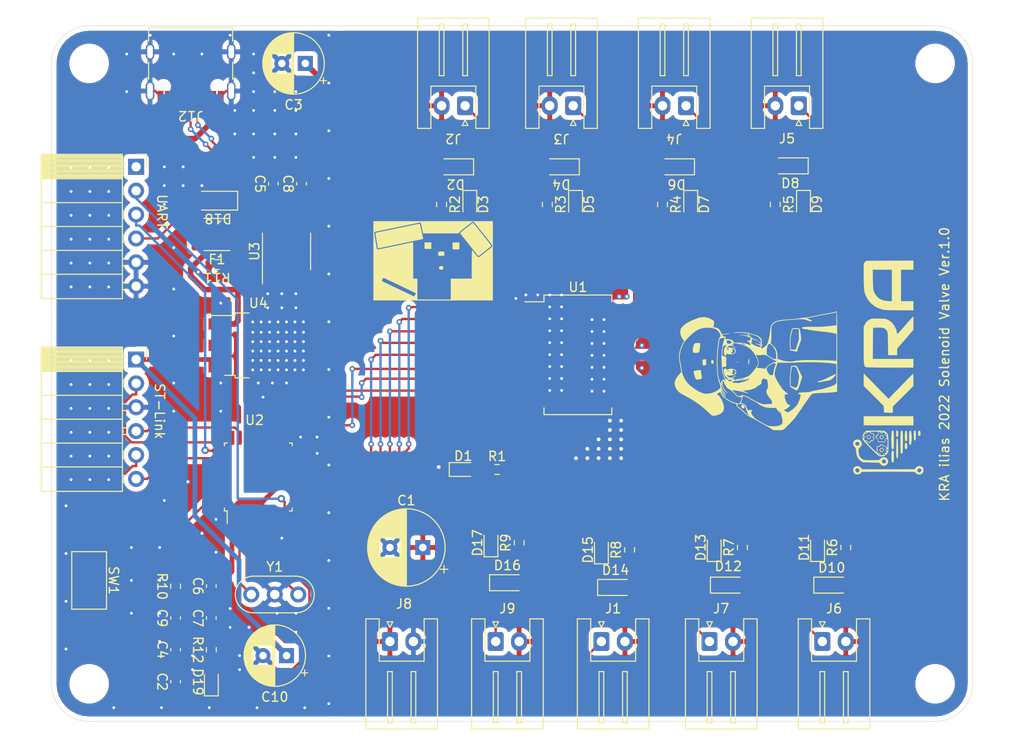
<source format=kicad_pcb>
(kicad_pcb (version 20171130) (host pcbnew "(5.1.12)-1")
  (layers (0 F.Cu signal) (31 B.Cu signal) (34 B.Paste user) (35 F.Paste user) (36 B.SilkS user) (37 F.SilkS user) (38 B.Mask user) (39 F.Mask user) (44 Edge.Cuts user))
  (net 0 "")
  (net 1 /Sheet62278BAE/NRST)
  (net 2 GND)
  (net 3 +5V)
  (net 4 +3V3)
  (net 5 VCC)
  (net 6 "Net-(D1-Pad2)")
  (net 7 /O1)
  (net 8 "Net-(D3-Pad2)")
  (net 9 /O2)
  (net 10 "Net-(D5-Pad2)")
  (net 11 /O3)
  (net 12 "Net-(D7-Pad2)")
  (net 13 /O4)
  (net 14 "Net-(D9-Pad2)")
  (net 15 /O5)
  (net 16 "Net-(D11-Pad2)")
  (net 17 /O6)
  (net 18 "Net-(D13-Pad2)")
  (net 19 /O7)
  (net 20 "Net-(D15-Pad2)")
  (net 21 /O8)
  (net 22 "Net-(D17-Pad2)")
  (net 23 /Sheet62278BAE/UART_5V)
  (net 24 "Net-(D18-Pad2)")
  (net 25 "Net-(D19-Pad2)")
  (net 26 "Net-(J10-Pad1)")
  (net 27 /Sheet62278BAE/UART_TX)
  (net 28 /Sheet62278BAE/UART_RX)
  (net 29 /Sheet62278BAE/SWCLK)
  (net 30 /Sheet62278BAE/SWDIO)
  (net 31 /Sheet62278BAE/SWO)
  (net 32 "Net-(J12-PadB5)")
  (net 33 /Sheet62278BAE/CANH)
  (net 34 "Net-(J12-PadA8)")
  (net 35 "Net-(J12-PadA5)")
  (net 36 "Net-(J12-PadB8)")
  (net 37 /Sheet62278BAE/CANL)
  (net 38 "Net-(R10-Pad1)")
  (net 39 "Net-(R11-Pad2)")
  (net 40 /I1)
  (net 41 /I2)
  (net 42 /I3)
  (net 43 /I4)
  (net 44 /I5)
  (net 45 /I6)
  (net 46 /I7)
  (net 47 /I8)
  (net 48 "Net-(U2-Pad2)")
  (net 49 "Net-(U2-Pad3)")
  (net 50 "Net-(U2-Pad6)")
  (net 51 "Net-(U2-Pad7)")
  (net 52 "Net-(U2-Pad14)")
  (net 53 "Net-(U2-Pad15)")
  (net 54 /Sheet62278BAE/CAN_RX)
  (net 55 /Sheet62278BAE/CAN_TX)
  (net 56 "Net-(U2-Pad27)")
  (net 57 "Net-(U2-Pad28)")
  (net 58 "Net-(U2-Pad29)")
  (net 59 "Net-(U2-Pad30)")
  (net 60 "Net-(U3-Pad5)")
  (net 61 "Net-(U4-Pad2)")
  (module logo:rogi_bijo (layer F.Cu) (at 145 92 90)
    (fp_text reference G1 hide)
    (fp_text value LOGO hide)
  )
  (module logo:rogi_inu_a (layer F.Cu) (at 110.6 81)
    (fp_text reference G3 hide)
    (fp_text value LOGO hide)
  )
  (module logo:kra_mono_a (layer F.Cu) (at 159 92 90)
    (fp_text reference G2 hide)
    (fp_text value LOGO hide)
  )
  (module MountingHole:MountingHole_3.2mm_M3 (layer F.Cu) (at 74 60)
    (fp_text reference REF1 hide)
    (fp_text value MountingHole_3.2mm_M3)
    (pad 1 np_thru_hole circle (at 0 0) (size 3.2 3.2) (drill 3.2) (layers *.Cu *.Mask))
  )
  (module MountingHole:MountingHole_3.2mm_M3 (layer F.Cu) (at 164 60)
    (fp_text reference REF2 hide)
    (fp_text value MountingHole_3.2mm_M3)
    (pad 1 np_thru_hole circle (at 0 0) (size 3.2 3.2) (drill 3.2) (layers *.Cu *.Mask))
  )
  (module MountingHole:MountingHole_3.2mm_M3 (layer F.Cu) (at 164 126)
    (fp_text reference REF3 hide)
    (fp_text value MountingHole_3.2mm_M3)
    (pad 1 np_thru_hole circle (at 0 0) (size 3.2 3.2) (drill 3.2) (layers *.Cu *.Mask))
  )
  (module MountingHole:MountingHole_3.2mm_M3 (layer F.Cu) (at 74 126)
    (fp_text reference REF4 hide)
    (fp_text value MountingHole_3.2mm_M3)
    (pad 1 np_thru_hole circle (at 0 0) (size 3.2 3.2) (drill 3.2) (layers *.Cu *.Mask))
  )
  (module Capacitor_SMD:C_0603_1608Metric (layer F.Cu) (at 83.2 125.775 90)
    (fp_text reference C2 (at 0 -1.43 270 unlocked) (layer F.SilkS))
    (fp_text value 0.1u)
    (pad 1 smd roundrect (at -0.775 0 90) (size 0.9 0.95) (layers F.Cu F.Paste F.Mask) (net 1 /Sheet62278BAE/NRST))
    (pad 2 smd roundrect (at 0.775 0 90) (size 0.9 0.95) (layers F.Cu F.Paste F.Mask) (net 2 GND))
  )
  (module Capacitor_THT:CP_Radial_D6.3mm_P2.50mm (layer F.Cu) (at 97 60 180)
    (fp_text reference C3 (at 1.25 -4.4) (layer F.SilkS))
    (fp_text value 47u)
    (pad 2 thru_hole circle (at 2.5 0 180) (size 1.6 1.6) (drill 0.8) (layers *.Cu *.Mask) (net 2 GND))
    (pad 1 thru_hole rect (at 0 0 180) (size 1.6 1.6) (drill 0.8) (layers *.Cu *.Mask) (net 3 +5V))
  )
  (module Capacitor_SMD:C_0603_1608Metric (layer F.Cu) (at 83.2 122.375 90)
    (fp_text reference C4 (at 0 -1.43 270 unlocked) (layer F.SilkS))
    (fp_text value 0.1u)
    (pad 2 smd roundrect (at 0.775 0 90) (size 0.9 0.95) (layers F.Cu F.Paste F.Mask) (net 2 GND))
    (pad 1 smd roundrect (at -0.775 0 90) (size 0.9 0.95) (layers F.Cu F.Paste F.Mask) (net 4 +3V3))
  )
  (module Capacitor_SMD:C_0603_1608Metric (layer F.Cu) (at 93.6 72.8 90)
    (fp_text reference C5 (at 0 -1.43 270 unlocked) (layer F.SilkS))
    (fp_text value 0.1u)
    (pad 1 smd roundrect (at -0.775 0 90) (size 0.9 0.95) (layers F.Cu F.Paste F.Mask) (net 3 +5V))
    (pad 2 smd roundrect (at 0.775 0 90) (size 0.9 0.95) (layers F.Cu F.Paste F.Mask) (net 2 GND))
  )
  (module Capacitor_SMD:C_0603_1608Metric (layer F.Cu) (at 87 115.6 90)
    (fp_text reference C6 (at 0 -1.43 270 unlocked) (layer F.SilkS))
    (fp_text value 0.1u)
    (pad 2 smd roundrect (at 0.775 0 90) (size 0.9 0.95) (layers F.Cu F.Paste F.Mask) (net 2 GND))
    (pad 1 smd roundrect (at -0.775 0 90) (size 0.9 0.95) (layers F.Cu F.Paste F.Mask) (net 4 +3V3))
  )
  (module Capacitor_SMD:C_0603_1608Metric (layer F.Cu) (at 87 119 90)
    (fp_text reference C7 (at 0 -1.43 270 unlocked) (layer F.SilkS))
    (fp_text value 0.1u)
    (pad 1 smd roundrect (at -0.775 0 90) (size 0.9 0.95) (layers F.Cu F.Paste F.Mask) (net 4 +3V3))
    (pad 2 smd roundrect (at 0.775 0 90) (size 0.9 0.95) (layers F.Cu F.Paste F.Mask) (net 2 GND))
  )
  (module Capacitor_SMD:C_0603_1608Metric (layer F.Cu) (at 96.6 72.8 90)
    (fp_text reference C8 (at 0 -1.43 270 unlocked) (layer F.SilkS))
    (fp_text value 0.1u)
    (pad 1 smd roundrect (at -0.775 0 90) (size 0.9 0.95) (layers F.Cu F.Paste F.Mask) (net 3 +5V))
    (pad 2 smd roundrect (at 0.775 0 90) (size 0.9 0.95) (layers F.Cu F.Paste F.Mask) (net 2 GND))
  )
  (module Capacitor_SMD:C_0603_1608Metric (layer F.Cu) (at 83.2 119 90)
    (fp_text reference C9 (at 0 -1.43 270 unlocked) (layer F.SilkS))
    (fp_text value 0.1u)
    (pad 2 smd roundrect (at 0.775 0 90) (size 0.9 0.95) (layers F.Cu F.Paste F.Mask) (net 2 GND))
    (pad 1 smd roundrect (at -0.775 0 90) (size 0.9 0.95) (layers F.Cu F.Paste F.Mask) (net 4 +3V3))
  )
  (module Capacitor_THT:CP_Radial_D6.3mm_P2.50mm (layer F.Cu) (at 95 123 180)
    (fp_text reference C10 (at 1.25 -4.4) (layer F.SilkS))
    (fp_text value 47u)
    (pad 1 thru_hole rect (at 0 0 180) (size 1.6 1.6) (drill 0.8) (layers *.Cu *.Mask) (net 4 +3V3))
    (pad 2 thru_hole circle (at 2.5 0 180) (size 1.6 1.6) (drill 0.8) (layers *.Cu *.Mask) (net 2 GND))
  )
  (module Capacitor_THT:CP_Radial_D8.0mm_P3.50mm (layer F.Cu) (at 109.5 111.5 180)
    (fp_text reference C1 (at 1.75 5) (layer F.SilkS))
    (fp_text value 220u)
    (pad 1 thru_hole rect (at 0 0 180) (size 1.6 1.6) (drill 0.8) (layers *.Cu *.Mask) (net 5 VCC))
    (pad 2 thru_hole circle (at 3.5 0 180) (size 1.6 1.6) (drill 0.8) (layers *.Cu *.Mask) (net 2 GND))
  )
  (module LED_SMD:LED_0603_1608Metric (layer F.Cu) (at 113.8 103.2)
    (fp_text reference D1 (at 0 -1.43) (layer F.SilkS))
    (fp_text value LED)
    (pad 2 smd roundrect (at 0.7875 0) (size 0.875 0.95) (layers F.Cu F.Paste F.Mask) (net 6 "Net-(D1-Pad2)"))
    (pad 1 smd roundrect (at -0.7875 0) (size 0.875 0.95) (layers F.Cu F.Paste F.Mask) (net 2 GND))
  )
  (module Diode_SMD:D_SOD-323_HandSoldering (layer F.Cu) (at 113 71 180)
    (fp_text reference D2 (at 0 -1.85 180 unlocked) (layer F.SilkS))
    (fp_text value D_S)
    (pad 2 smd rect (at 1.25 0 180) (size 1 1) (layers F.Cu F.Paste F.Mask) (net 7 /O1))
    (pad 1 smd rect (at -1.25 0 180) (size 1 1) (layers F.Cu F.Paste F.Mask) (net 5 VCC))
  )
  (module LED_SMD:LED_0603_1608Metric (layer F.Cu) (at 114.5 75 270)
    (fp_text reference D3 (at 0 -1.43 90) (layer F.SilkS))
    (fp_text value LED)
    (pad 1 smd roundrect (at -0.7875 0 270) (size 0.875 0.95) (layers F.Cu F.Paste F.Mask) (net 7 /O1))
    (pad 2 smd roundrect (at 0.7875 0 270) (size 0.875 0.95) (layers F.Cu F.Paste F.Mask) (net 8 "Net-(D3-Pad2)"))
  )
  (module Diode_SMD:D_SOD-323_HandSoldering (layer F.Cu) (at 124.25 71 180)
    (fp_text reference D4 (at 0 -1.85 180 unlocked) (layer F.SilkS))
    (fp_text value D_S)
    (pad 1 smd rect (at -1.25 0 180) (size 1 1) (layers F.Cu F.Paste F.Mask) (net 5 VCC))
    (pad 2 smd rect (at 1.25 0 180) (size 1 1) (layers F.Cu F.Paste F.Mask) (net 9 /O2))
  )
  (module LED_SMD:LED_0603_1608Metric (layer F.Cu) (at 125.75 75 270)
    (fp_text reference D5 (at 0 -1.43 90) (layer F.SilkS))
    (fp_text value LED)
    (pad 2 smd roundrect (at 0.7875 0 270) (size 0.875 0.95) (layers F.Cu F.Paste F.Mask) (net 10 "Net-(D5-Pad2)"))
    (pad 1 smd roundrect (at -0.7875 0 270) (size 0.875 0.95) (layers F.Cu F.Paste F.Mask) (net 9 /O2))
  )
  (module Diode_SMD:D_SOD-323_HandSoldering (layer F.Cu) (at 136.5 71 180)
    (fp_text reference D6 (at 0 -1.85 180 unlocked) (layer F.SilkS))
    (fp_text value D_S)
    (pad 2 smd rect (at 1.25 0 180) (size 1 1) (layers F.Cu F.Paste F.Mask) (net 11 /O3))
    (pad 1 smd rect (at -1.25 0 180) (size 1 1) (layers F.Cu F.Paste F.Mask) (net 5 VCC))
  )
  (module LED_SMD:LED_0603_1608Metric (layer F.Cu) (at 138 75 270)
    (fp_text reference D7 (at 0 -1.43 90) (layer F.SilkS))
    (fp_text value LED)
    (pad 1 smd roundrect (at -0.7875 0 270) (size 0.875 0.95) (layers F.Cu F.Paste F.Mask) (net 11 /O3))
    (pad 2 smd roundrect (at 0.7875 0 270) (size 0.875 0.95) (layers F.Cu F.Paste F.Mask) (net 12 "Net-(D7-Pad2)"))
  )
  (module Diode_SMD:D_SOD-323_HandSoldering (layer F.Cu) (at 148.6 70.9 180)
    (fp_text reference D8 (at 0 -1.85) (layer F.SilkS))
    (fp_text value D_S)
    (pad 2 smd rect (at 1.25 0 180) (size 1 1) (layers F.Cu F.Paste F.Mask) (net 13 /O4))
    (pad 1 smd rect (at -1.25 0 180) (size 1 1) (layers F.Cu F.Paste F.Mask) (net 5 VCC))
  )
  (module LED_SMD:LED_0603_1608Metric (layer F.Cu) (at 150 75 270)
    (fp_text reference D9 (at 0 -1.43 90) (layer F.SilkS))
    (fp_text value LED)
    (pad 2 smd roundrect (at 0.7875 0 270) (size 0.875 0.95) (layers F.Cu F.Paste F.Mask) (net 14 "Net-(D9-Pad2)"))
    (pad 1 smd roundrect (at -0.7875 0 270) (size 0.875 0.95) (layers F.Cu F.Paste F.Mask) (net 13 /O4))
  )
  (module Diode_SMD:D_SOD-323_HandSoldering (layer F.Cu) (at 153 115.5)
    (fp_text reference D10 (at 0 -1.85) (layer F.SilkS))
    (fp_text value D_S)
    (pad 2 smd rect (at 1.25 0) (size 1 1) (layers F.Cu F.Paste F.Mask) (net 15 /O5))
    (pad 1 smd rect (at -1.25 0) (size 1 1) (layers F.Cu F.Paste F.Mask) (net 5 VCC))
  )
  (module LED_SMD:LED_0603_1608Metric (layer F.Cu) (at 151.5 111.5 90)
    (fp_text reference D11 (at 0 -1.43 90) (layer F.SilkS))
    (fp_text value LED)
    (pad 1 smd roundrect (at -0.7875 0 90) (size 0.875 0.95) (layers F.Cu F.Paste F.Mask) (net 15 /O5))
    (pad 2 smd roundrect (at 0.7875 0 90) (size 0.875 0.95) (layers F.Cu F.Paste F.Mask) (net 16 "Net-(D11-Pad2)"))
  )
  (module Diode_SMD:D_SOD-323_HandSoldering (layer F.Cu) (at 142 115.5)
    (fp_text reference D12 (at 0 -2) (layer F.SilkS))
    (fp_text value D_S)
    (pad 1 smd rect (at -1.25 0) (size 1 1) (layers F.Cu F.Paste F.Mask) (net 5 VCC))
    (pad 2 smd rect (at 1.25 0) (size 1 1) (layers F.Cu F.Paste F.Mask) (net 17 /O6))
  )
  (module LED_SMD:LED_0603_1608Metric (layer F.Cu) (at 140.5 111.5 90)
    (fp_text reference D13 (at 0 -1.43 90) (layer F.SilkS))
    (fp_text value LED)
    (pad 2 smd roundrect (at 0.7875 0 90) (size 0.875 0.95) (layers F.Cu F.Paste F.Mask) (net 18 "Net-(D13-Pad2)"))
    (pad 1 smd roundrect (at -0.7875 0 90) (size 0.875 0.95) (layers F.Cu F.Paste F.Mask) (net 17 /O6))
  )
  (module Diode_SMD:D_SOD-323_HandSoldering (layer F.Cu) (at 130 115.75)
    (fp_text reference D14 (at 0 -1.85) (layer F.SilkS))
    (fp_text value D_S)
    (pad 1 smd rect (at -1.25 0) (size 1 1) (layers F.Cu F.Paste F.Mask) (net 5 VCC))
    (pad 2 smd rect (at 1.25 0) (size 1 1) (layers F.Cu F.Paste F.Mask) (net 19 /O7))
  )
  (module LED_SMD:LED_0603_1608Metric (layer F.Cu) (at 128.5 111.75 90)
    (fp_text reference D15 (at 0 -1.43 90) (layer F.SilkS))
    (fp_text value LED)
    (pad 2 smd roundrect (at 0.7875 0 90) (size 0.875 0.95) (layers F.Cu F.Paste F.Mask) (net 20 "Net-(D15-Pad2)"))
    (pad 1 smd roundrect (at -0.7875 0 90) (size 0.875 0.95) (layers F.Cu F.Paste F.Mask) (net 19 /O7))
  )
  (module Diode_SMD:D_SOD-323_HandSoldering (layer F.Cu) (at 118.5 115.25)
    (fp_text reference D16 (at 0 -1.85) (layer F.SilkS))
    (fp_text value D_S)
    (pad 1 smd rect (at -1.25 0) (size 1 1) (layers F.Cu F.Paste F.Mask) (net 5 VCC))
    (pad 2 smd rect (at 1.25 0) (size 1 1) (layers F.Cu F.Paste F.Mask) (net 21 /O8))
  )
  (module LED_SMD:LED_0603_1608Metric (layer F.Cu) (at 116.75 111 90)
    (fp_text reference D17 (at 0 -1.43 90) (layer F.SilkS))
    (fp_text value LED)
    (pad 1 smd roundrect (at -0.7875 0 90) (size 0.875 0.95) (layers F.Cu F.Paste F.Mask) (net 21 /O8))
    (pad 2 smd roundrect (at 0.7875 0 90) (size 0.875 0.95) (layers F.Cu F.Paste F.Mask) (net 22 "Net-(D17-Pad2)"))
  )
  (module Diode_SMD:D_SOD-123F (layer F.Cu) (at 87.6 74.6 180)
    (fp_text reference D18 (at -0.127 -1.905 180 unlocked) (layer F.SilkS))
    (fp_text value D)
    (pad 1 smd rect (at -1.4 0 180) (size 1.1 1.1) (layers F.Cu F.Paste F.Mask) (net 23 /Sheet62278BAE/UART_5V))
    (pad 2 smd rect (at 1.4 0 180) (size 1.1 1.1) (layers F.Cu F.Paste F.Mask) (net 24 "Net-(D18-Pad2)"))
  )
  (module LED_SMD:LED_0603_1608Metric (layer F.Cu) (at 87 125.8 90)
    (fp_text reference D19 (at 0 -1.43 270 unlocked) (layer F.SilkS))
    (fp_text value LED)
    (pad 1 smd roundrect (at -0.7875 0 90) (size 0.875 0.95) (layers F.Cu F.Paste F.Mask) (net 2 GND))
    (pad 2 smd roundrect (at 0.7875 0 90) (size 0.875 0.95) (layers F.Cu F.Paste F.Mask) (net 25 "Net-(D19-Pad2)"))
  )
  (module Connector_JST:JST_XH_S2B-XH-A_1x02_P2.50mm_Horizontal (layer F.Cu) (at 128.5 121.5)
    (fp_text reference J1 (at 1.25 -3.5) (layer F.SilkS))
    (fp_text value XH)
    (pad 1 thru_hole roundrect (at 0 0) (size 1.7 2) (drill 1) (layers *.Cu *.Mask) (roundrect_rratio 0.1470588235294118) (net 7 /O1))
    (pad 2 thru_hole oval (at 2.5 0) (size 1.7 2) (drill 1) (layers *.Cu *.Mask) (net 5 VCC))
  )
  (module Connector_JST:JST_XH_S2B-XH-A_1x02_P2.50mm_Horizontal (layer F.Cu) (at 114 64.5 180)
    (fp_text reference J2 (at 1.25 -3.5 180 unlocked) (layer F.SilkS))
    (fp_text value XH)
    (pad 1 thru_hole roundrect (at 0 0 180) (size 1.7 2) (drill 1) (layers *.Cu *.Mask) (roundrect_rratio 0.1470588235294118) (net 9 /O2))
    (pad 2 thru_hole oval (at 2.5 0 180) (size 1.7 2) (drill 1) (layers *.Cu *.Mask) (net 5 VCC))
  )
  (module Connector_JST:JST_XH_S2B-XH-A_1x02_P2.50mm_Horizontal (layer F.Cu) (at 125.5 64.5 180)
    (fp_text reference J3 (at 1.25 -3.5 180 unlocked) (layer F.SilkS))
    (fp_text value XH)
    (pad 1 thru_hole roundrect (at 0 0 180) (size 1.7 2) (drill 1) (layers *.Cu *.Mask) (roundrect_rratio 0.1470588235294118) (net 11 /O3))
    (pad 2 thru_hole oval (at 2.5 0 180) (size 1.7 2) (drill 1) (layers *.Cu *.Mask) (net 5 VCC))
  )
  (module Connector_JST:JST_XH_S2B-XH-A_1x02_P2.50mm_Horizontal (layer F.Cu) (at 137.5 64.5 180)
    (fp_text reference J4 (at 1.25 -3.5 180 unlocked) (layer F.SilkS))
    (fp_text value XH)
    (pad 2 thru_hole oval (at 2.5 0 180) (size 1.7 2) (drill 1) (layers *.Cu *.Mask) (net 5 VCC))
    (pad 1 thru_hole roundrect (at 0 0 180) (size 1.7 2) (drill 1) (layers *.Cu *.Mask) (roundrect_rratio 0.1470588235294118) (net 13 /O4))
  )
  (module Connector_JST:JST_XH_S2B-XH-A_1x02_P2.50mm_Horizontal (layer F.Cu) (at 149.5 64.5 180)
    (fp_text reference J5 (at 1.25 -3.5) (layer F.SilkS))
    (fp_text value XH)
    (pad 2 thru_hole oval (at 2.5 0 180) (size 1.7 2) (drill 1) (layers *.Cu *.Mask) (net 5 VCC))
    (pad 1 thru_hole roundrect (at 0 0 180) (size 1.7 2) (drill 1) (layers *.Cu *.Mask) (roundrect_rratio 0.1470588235294118) (net 15 /O5))
  )
  (module Connector_JST:JST_XH_S2B-XH-A_1x02_P2.50mm_Horizontal (layer F.Cu) (at 152 121.5)
    (fp_text reference J6 (at 1.25 -3.5) (layer F.SilkS))
    (fp_text value XH)
    (pad 1 thru_hole roundrect (at 0 0) (size 1.7 2) (drill 1) (layers *.Cu *.Mask) (roundrect_rratio 0.1470588235294118) (net 17 /O6))
    (pad 2 thru_hole oval (at 2.5 0) (size 1.7 2) (drill 1) (layers *.Cu *.Mask) (net 5 VCC))
  )
  (module Connector_JST:JST_XH_S2B-XH-A_1x02_P2.50mm_Horizontal (layer F.Cu) (at 140 121.5)
    (fp_text reference J7 (at 1.25 -3.5) (layer F.SilkS))
    (fp_text value XH)
    (pad 2 thru_hole oval (at 2.5 0) (size 1.7 2) (drill 1) (layers *.Cu *.Mask) (net 5 VCC))
    (pad 1 thru_hole roundrect (at 0 0) (size 1.7 2) (drill 1) (layers *.Cu *.Mask) (roundrect_rratio 0.1470588235294118) (net 19 /O7))
  )
  (module Connector_JST:JST_XH_S2B-XH-A_1x02_P2.50mm_Horizontal (layer F.Cu) (at 106 121.5)
    (fp_text reference J8 (at 1.5 -4) (layer F.SilkS))
    (fp_text value XH)
    (pad 2 thru_hole oval (at 2.5 0) (size 1.7 2) (drill 1) (layers *.Cu *.Mask) (net 2 GND))
    (pad 1 thru_hole roundrect (at 0 0) (size 1.7 2) (drill 1) (layers *.Cu *.Mask) (roundrect_rratio 0.1470588235294118) (net 5 VCC))
  )
  (module Connector_JST:JST_XH_S2B-XH-A_1x02_P2.50mm_Horizontal (layer F.Cu) (at 117.25 121.5)
    (fp_text reference J9 (at 1.25 -3.5) (layer F.SilkS))
    (fp_text value XH)
    (pad 1 thru_hole roundrect (at 0 0) (size 1.7 2) (drill 1) (layers *.Cu *.Mask) (roundrect_rratio 0.1470588235294118) (net 21 /O8))
    (pad 2 thru_hole oval (at 2.5 0) (size 1.7 2) (drill 1) (layers *.Cu *.Mask) (net 5 VCC))
  )
  (module Connector_PinSocket_2.54mm:PinSocket_1x06_P2.54mm_Horizontal (layer F.Cu) (at 79 71)
    (fp_text reference UART (at 2.75 4.75 -90 unlocked) (layer F.SilkS))
    (fp_text value Conn_01x06_Female)
    (pad 6 thru_hole oval (at 0 12.7) (size 1.7 1.7) (drill 1) (layers *.Cu *.Mask) (net 2 GND))
    (pad 5 thru_hole oval (at 0 10.16) (size 1.7 1.7) (drill 1) (layers *.Cu *.Mask) (net 2 GND))
    (pad 4 thru_hole oval (at 0 7.62) (size 1.7 1.7) (drill 1) (layers *.Cu *.Mask) (net 24 "Net-(D18-Pad2)"))
    (pad 3 thru_hole oval (at 0 5.08) (size 1.7 1.7) (drill 1) (layers *.Cu *.Mask) (net 28 /Sheet62278BAE/UART_RX))
    (pad 2 thru_hole oval (at 0 2.54) (size 1.7 1.7) (drill 1) (layers *.Cu *.Mask) (net 27 /Sheet62278BAE/UART_TX))
    (pad 1 thru_hole rect (at 0 0) (size 1.7 1.7) (drill 1) (layers *.Cu *.Mask) (net 26 "Net-(J10-Pad1)"))
  )
  (module Connector_USB:USB_C_Receptacle_Palconn_UTC16-G (layer F.Cu) (at 84.8 61 180)
    (fp_text reference J12 (at 0 -4.58 180 unlocked) (layer F.SilkS))
    (fp_text value USB_C_Receptacle_USB2.0)
    (pad S1 thru_hole oval (at -4.32 -1.93 270) (size 2 0.9) (drill oval 1.7 0.6) (layers *.Cu *.Mask) (net 2 GND))
    (pad S1 thru_hole oval (at 4.32 -1.93 270) (size 2 0.9) (drill oval 1.7 0.6) (layers *.Cu *.Mask) (net 2 GND))
    (pad S1 thru_hole oval (at -4.32 2.24 270) (size 1.7 0.9) (drill oval 1.4 0.6) (layers *.Cu *.Mask) (net 2 GND))
    (pad S1 thru_hole oval (at 4.32 2.24 270) (size 1.7 0.9) (drill oval 1.4 0.6) (layers *.Cu *.Mask) (net 2 GND))
    (pad B7 smd rect (at -0.75 -2.51) (size 0.3 1.16) (layers F.Cu F.Paste F.Mask) (net 37 /Sheet62278BAE/CANL))
    (pad A6 smd rect (at -0.25 -2.51) (size 0.3 1.16) (layers F.Cu F.Paste F.Mask) (net 33 /Sheet62278BAE/CANH))
    (pad A7 smd rect (at 0.25 -2.51) (size 0.3 1.16) (layers F.Cu F.Paste F.Mask) (net 37 /Sheet62278BAE/CANL))
    (pad B8 smd rect (at -1.75 -2.51) (size 0.3 1.16) (layers F.Cu F.Paste F.Mask) (net 36 "Net-(J12-PadB8)"))
    (pad A5 smd rect (at -1.25 -2.51) (size 0.3 1.16) (layers F.Cu F.Paste F.Mask) (net 35 "Net-(J12-PadA5)"))
    (pad A8 smd rect (at 1.25 -2.51) (size 0.3 1.16) (layers F.Cu F.Paste F.Mask) (net 34 "Net-(J12-PadA8)"))
    (pad B6 smd rect (at 0.75 -2.51) (size 0.3 1.16) (layers F.Cu F.Paste F.Mask) (net 33 /Sheet62278BAE/CANH))
    (pad B5 smd rect (at 1.75 -2.51) (size 0.3 1.16) (layers F.Cu F.Paste F.Mask) (net 32 "Net-(J12-PadB5)"))
    (pad "" np_thru_hole circle (at 2.89 -1.45) (size 0.6 0.6) (drill 0.6) (layers *.Cu *.Mask))
    (pad "" np_thru_hole circle (at -2.89 -1.45) (size 0.6 0.6) (drill 0.6) (layers *.Cu *.Mask))
    (pad A4 smd rect (at -2.4 -2.51 180) (size 0.6 1.16) (layers F.Cu F.Paste F.Mask) (net 23 /Sheet62278BAE/UART_5V))
    (pad B9 smd rect (at -2.4 -2.51 180) (size 0.6 1.16) (layers F.Cu F.Paste F.Mask) (net 23 /Sheet62278BAE/UART_5V))
    (pad A1 smd rect (at -3.2 -2.51 180) (size 0.6 1.16) (layers F.Cu F.Paste F.Mask) (net 2 GND))
    (pad B12 smd rect (at -3.2 -2.51 180) (size 0.6 1.16) (layers F.Cu F.Paste F.Mask) (net 2 GND))
    (pad B4 smd rect (at 2.4 -2.51 180) (size 0.6 1.16) (layers F.Cu F.Paste F.Mask) (net 23 /Sheet62278BAE/UART_5V))
    (pad B1 smd rect (at 3.2 -2.51 180) (size 0.6 1.16) (layers F.Cu F.Paste F.Mask) (net 2 GND))
    (pad A9 smd rect (at 2.4 -2.51 180) (size 0.6 1.16) (layers F.Cu F.Paste F.Mask) (net 23 /Sheet62278BAE/UART_5V))
    (pad A12 smd rect (at 3.2 -2.51 180) (size 0.6 1.16) (layers F.Cu F.Paste F.Mask) (net 2 GND))
  )
  (module Resistor_SMD:R_0603_1608Metric (layer F.Cu) (at 117.4 103.2 180)
    (fp_text reference R1 (at 0 1.4) (layer F.SilkS))
    (fp_text value 470)
    (pad 2 smd roundrect (at 0.825 0 180) (size 0.8 0.95) (layers F.Cu F.Paste F.Mask) (net 6 "Net-(D1-Pad2)"))
    (pad 1 smd roundrect (at -0.825 0 180) (size 0.8 0.95) (layers F.Cu F.Paste F.Mask) (net 5 VCC))
  )
  (module Resistor_SMD:R_0603_1608Metric (layer F.Cu) (at 111.5 75 270)
    (fp_text reference R2 (at 0 -1.43 90) (layer F.SilkS))
    (fp_text value 1k)
    (pad 1 smd roundrect (at -0.825 0 270) (size 0.8 0.95) (layers F.Cu F.Paste F.Mask) (net 5 VCC))
    (pad 2 smd roundrect (at 0.825 0 270) (size 0.8 0.95) (layers F.Cu F.Paste F.Mask) (net 8 "Net-(D3-Pad2)"))
  )
  (module Resistor_SMD:R_0603_1608Metric (layer F.Cu) (at 122.75 75 270)
    (fp_text reference R3 (at 0 -1.43 90) (layer F.SilkS))
    (fp_text value 1k)
    (pad 1 smd roundrect (at -0.825 0 270) (size 0.8 0.95) (layers F.Cu F.Paste F.Mask) (net 5 VCC))
    (pad 2 smd roundrect (at 0.825 0 270) (size 0.8 0.95) (layers F.Cu F.Paste F.Mask) (net 10 "Net-(D5-Pad2)"))
  )
  (module Resistor_SMD:R_0603_1608Metric (layer F.Cu) (at 135 75 270)
    (fp_text reference R4 (at 0 -1.43 90) (layer F.SilkS))
    (fp_text value 1k)
    (pad 2 smd roundrect (at 0.825 0 270) (size 0.8 0.95) (layers F.Cu F.Paste F.Mask) (net 12 "Net-(D7-Pad2)"))
    (pad 1 smd roundrect (at -0.825 0 270) (size 0.8 0.95) (layers F.Cu F.Paste F.Mask) (net 5 VCC))
  )
  (module Resistor_SMD:R_0603_1608Metric (layer F.Cu) (at 147 75 270)
    (fp_text reference R5 (at 0 -1.43 90) (layer F.SilkS))
    (fp_text value 1k)
    (pad 1 smd roundrect (at -0.825 0 270) (size 0.8 0.95) (layers F.Cu F.Paste F.Mask) (net 5 VCC))
    (pad 2 smd roundrect (at 0.825 0 270) (size 0.8 0.95) (layers F.Cu F.Paste F.Mask) (net 14 "Net-(D9-Pad2)"))
  )
  (module Resistor_SMD:R_0603_1608Metric (layer F.Cu) (at 154.5 111.5 90)
    (fp_text reference R6 (at 0 -1.43 90) (layer F.SilkS))
    (fp_text value 1k)
    (pad 2 smd roundrect (at 0.825 0 90) (size 0.8 0.95) (layers F.Cu F.Paste F.Mask) (net 16 "Net-(D11-Pad2)"))
    (pad 1 smd roundrect (at -0.825 0 90) (size 0.8 0.95) (layers F.Cu F.Paste F.Mask) (net 5 VCC))
  )
  (module Resistor_SMD:R_0603_1608Metric (layer F.Cu) (at 143.5 111.5 90)
    (fp_text reference R7 (at 0 -1.43 90) (layer F.SilkS))
    (fp_text value 1k)
    (pad 2 smd roundrect (at 0.825 0 90) (size 0.8 0.95) (layers F.Cu F.Paste F.Mask) (net 18 "Net-(D13-Pad2)"))
    (pad 1 smd roundrect (at -0.825 0 90) (size 0.8 0.95) (layers F.Cu F.Paste F.Mask) (net 5 VCC))
  )
  (module Resistor_SMD:R_0603_1608Metric (layer F.Cu) (at 131.5 111.75 90)
    (fp_text reference R8 (at 0 -1.43 90) (layer F.SilkS))
    (fp_text value 1k)
    (pad 1 smd roundrect (at -0.825 0 90) (size 0.8 0.95) (layers F.Cu F.Paste F.Mask) (net 5 VCC))
    (pad 2 smd roundrect (at 0.825 0 90) (size 0.8 0.95) (layers F.Cu F.Paste F.Mask) (net 20 "Net-(D15-Pad2)"))
  )
  (module Resistor_SMD:R_0603_1608Metric (layer F.Cu) (at 119.75 111 90)
    (fp_text reference R9 (at 0 -1.43 90) (layer F.SilkS))
    (fp_text value 1k)
    (pad 2 smd roundrect (at 0.825 0 90) (size 0.8 0.95) (layers F.Cu F.Paste F.Mask) (net 22 "Net-(D17-Pad2)"))
    (pad 1 smd roundrect (at -0.825 0 90) (size 0.8 0.95) (layers F.Cu F.Paste F.Mask) (net 5 VCC))
  )
  (module Resistor_SMD:R_0603_1608Metric (layer F.Cu) (at 83.2 115.625 90)
    (fp_text reference R10 (at 0 -1.43 270 unlocked) (layer F.SilkS))
    (fp_text value 10K)
    (pad 1 smd roundrect (at -0.825 0 90) (size 0.8 0.95) (layers F.Cu F.Paste F.Mask) (net 38 "Net-(R10-Pad1)"))
    (pad 2 smd roundrect (at 0.825 0 90) (size 0.8 0.95) (layers F.Cu F.Paste F.Mask) (net 2 GND))
  )
  (module Resistor_SMD:R_0603_1608Metric (layer F.Cu) (at 87.6 81.4)
    (fp_text reference R11 (at 0 1.4 180 unlocked) (layer F.SilkS))
    (fp_text value 10K)
    (pad 2 smd roundrect (at 0.825 0) (size 0.8 0.95) (layers F.Cu F.Paste F.Mask) (net 39 "Net-(R11-Pad2)"))
    (pad 1 smd roundrect (at -0.825 0) (size 0.8 0.95) (layers F.Cu F.Paste F.Mask) (net 2 GND))
  )
  (module Resistor_SMD:R_0603_1608Metric (layer F.Cu) (at 87 122.375 90)
    (fp_text reference R12 (at 0 -1.43 270 unlocked) (layer F.SilkS))
    (fp_text value 1k)
    (pad 1 smd roundrect (at -0.825 0 90) (size 0.8 0.95) (layers F.Cu F.Paste F.Mask) (net 25 "Net-(D19-Pad2)"))
    (pad 2 smd roundrect (at 0.825 0 90) (size 0.8 0.95) (layers F.Cu F.Paste F.Mask) (net 4 +3V3))
  )
  (module Package_SO:SOP-18_7x12.5mm_P1.27mm (layer F.Cu) (at 126 91)
    (fp_text reference U1 (at 0 -7.2) (layer F.SilkS))
    (fp_text value 62783G-S18-R)
    (pad 1 smd roundrect (at -4.775 -5.08) (size 1.75 0.6) (layers F.Cu F.Paste F.Mask) (net 40 /I1))
    (pad 2 smd roundrect (at -4.775 -3.81) (size 1.75 0.6) (layers F.Cu F.Paste F.Mask) (net 41 /I2))
    (pad 3 smd roundrect (at -4.775 -2.54) (size 1.75 0.6) (layers F.Cu F.Paste F.Mask) (net 42 /I3))
    (pad 4 smd roundrect (at -4.775 -1.27) (size 1.75 0.6) (layers F.Cu F.Paste F.Mask) (net 43 /I4))
    (pad 5 smd roundrect (at -4.775 0) (size 1.75 0.6) (layers F.Cu F.Paste F.Mask) (net 44 /I5))
    (pad 6 smd roundrect (at -4.775 1.27) (size 1.75 0.6) (layers F.Cu F.Paste F.Mask) (net 45 /I6))
    (pad 7 smd roundrect (at -4.775 2.54) (size 1.75 0.6) (layers F.Cu F.Paste F.Mask) (net 46 /I7))
    (pad 8 smd roundrect (at -4.775 3.81) (size 1.75 0.6) (layers F.Cu F.Paste F.Mask) (net 47 /I8))
    (pad 9 smd roundrect (at -4.775 5.08) (size 1.75 0.6) (layers F.Cu F.Paste F.Mask) (net 5 VCC))
    (pad 10 smd roundrect (at 4.775 5.08) (size 1.75 0.6) (layers F.Cu F.Paste F.Mask) (net 2 GND))
    (pad 11 smd roundrect (at 4.775 3.81) (size 1.75 0.6) (layers F.Cu F.Paste F.Mask) (net 21 /O8))
    (pad 12 smd roundrect (at 4.775 2.54) (size 1.75 0.6) (layers F.Cu F.Paste F.Mask) (net 19 /O7))
    (pad 13 smd roundrect (at 4.775 1.27) (size 1.75 0.6) (layers F.Cu F.Paste F.Mask) (net 17 /O6))
    (pad 14 smd roundrect (at 4.775 0) (size 1.75 0.6) (layers F.Cu F.Paste F.Mask) (net 15 /O5))
    (pad 15 smd roundrect (at 4.775 -1.27) (size 1.75 0.6) (layers F.Cu F.Paste F.Mask) (net 13 /O4))
    (pad 16 smd roundrect (at 4.775 -2.54) (size 1.75 0.6) (layers F.Cu F.Paste F.Mask) (net 11 /O3))
    (pad 17 smd roundrect (at 4.775 -3.81) (size 1.75 0.6) (layers F.Cu F.Paste F.Mask) (net 9 /O2))
    (pad 18 smd roundrect (at 4.775 -5.08) (size 1.75 0.6) (layers F.Cu F.Paste F.Mask) (net 7 /O1))
  )
  (module Package_QFP:LQFP-32_7x7mm_P0.8mm (layer F.Cu) (at 92 104 90)
    (fp_text reference U2 (at 6.05 -0.4 180) (layer F.SilkS))
    (fp_text value STM32F303K8Tx)
    (pad 1 smd roundrect (at -4.175 -2.8 90) (size 1.5 0.5) (layers F.Cu F.Paste F.Mask) (net 4 +3V3))
    (pad 2 smd roundrect (at -4.175 -2 90) (size 1.5 0.5) (layers F.Cu F.Paste F.Mask) (net 48 "Net-(U2-Pad2)"))
    (pad 3 smd roundrect (at -4.175 -1.2 90) (size 1.5 0.5) (layers F.Cu F.Paste F.Mask) (net 49 "Net-(U2-Pad3)"))
    (pad 4 smd roundrect (at -4.175 -0.4 90) (size 1.5 0.5) (layers F.Cu F.Paste F.Mask) (net 1 /Sheet62278BAE/NRST))
    (pad 5 smd roundrect (at -4.175 0.4 90) (size 1.5 0.5) (layers F.Cu F.Paste F.Mask) (net 4 +3V3))
    (pad 6 smd roundrect (at -4.175 1.2 90) (size 1.5 0.5) (layers F.Cu F.Paste F.Mask) (net 50 "Net-(U2-Pad6)"))
    (pad 7 smd roundrect (at -4.175 2 90) (size 1.5 0.5) (layers F.Cu F.Paste F.Mask) (net 51 "Net-(U2-Pad7)"))
    (pad 8 smd roundrect (at -4.175 2.8 90) (size 1.5 0.5) (layers F.Cu F.Paste F.Mask) (net 27 /Sheet62278BAE/UART_TX))
    (pad 9 smd roundrect (at -2.8 4.175 90) (size 0.5 1.5) (layers F.Cu F.Paste F.Mask) (net 40 /I1))
    (pad 10 smd roundrect (at -2 4.175 90) (size 0.5 1.5) (layers F.Cu F.Paste F.Mask) (net 41 /I2))
    (pad 11 smd roundrect (at -1.2 4.175 90) (size 0.5 1.5) (layers F.Cu F.Paste F.Mask) (net 42 /I3))
    (pad 12 smd roundrect (at -0.4 4.175 90) (size 0.5 1.5) (layers F.Cu F.Paste F.Mask) (net 43 /I4))
    (pad 13 smd roundrect (at 0.4 4.175 90) (size 0.5 1.5) (layers F.Cu F.Paste F.Mask) (net 44 /I5))
    (pad 14 smd roundrect (at 1.2 4.175 90) (size 0.5 1.5) (layers F.Cu F.Paste F.Mask) (net 52 "Net-(U2-Pad14)"))
    (pad 15 smd roundrect (at 2 4.175 90) (size 0.5 1.5) (layers F.Cu F.Paste F.Mask) (net 53 "Net-(U2-Pad15)"))
    (pad 16 smd roundrect (at 2.8 4.175 90) (size 0.5 1.5) (layers F.Cu F.Paste F.Mask) (net 2 GND))
    (pad 17 smd roundrect (at 4.175 2.8 90) (size 1.5 0.5) (layers F.Cu F.Paste F.Mask) (net 4 +3V3))
    (pad 18 smd roundrect (at 4.175 2 90) (size 1.5 0.5) (layers F.Cu F.Paste F.Mask) (net 45 /I6))
    (pad 19 smd roundrect (at 4.175 1.2 90) (size 1.5 0.5) (layers F.Cu F.Paste F.Mask) (net 46 /I7))
    (pad 20 smd roundrect (at 4.175 0.4 90) (size 1.5 0.5) (layers F.Cu F.Paste F.Mask) (net 47 /I8))
    (pad 21 smd roundrect (at 4.175 -0.4 90) (size 1.5 0.5) (layers F.Cu F.Paste F.Mask) (net 54 /Sheet62278BAE/CAN_RX))
    (pad 22 smd roundrect (at 4.175 -1.2 90) (size 1.5 0.5) (layers F.Cu F.Paste F.Mask) (net 55 /Sheet62278BAE/CAN_TX))
    (pad 23 smd roundrect (at 4.175 -2 90) (size 1.5 0.5) (layers F.Cu F.Paste F.Mask) (net 30 /Sheet62278BAE/SWDIO))
    (pad 24 smd roundrect (at 4.175 -2.8 90) (size 1.5 0.5) (layers F.Cu F.Paste F.Mask) (net 29 /Sheet62278BAE/SWCLK))
    (pad 25 smd roundrect (at 2.8 -4.175 90) (size 0.5 1.5) (layers F.Cu F.Paste F.Mask) (net 28 /Sheet62278BAE/UART_RX))
    (pad 26 smd roundrect (at 2 -4.175 90) (size 0.5 1.5) (layers F.Cu F.Paste F.Mask) (net 31 /Sheet62278BAE/SWO))
    (pad 27 smd roundrect (at 1.2 -4.175 90) (size 0.5 1.5) (layers F.Cu F.Paste F.Mask) (net 56 "Net-(U2-Pad27)"))
    (pad 28 smd roundrect (at 0.4 -4.175 90) (size 0.5 1.5) (layers F.Cu F.Paste F.Mask) (net 57 "Net-(U2-Pad28)"))
    (pad 29 smd roundrect (at -0.4 -4.175 90) (size 0.5 1.5) (layers F.Cu F.Paste F.Mask) (net 58 "Net-(U2-Pad29)"))
    (pad 30 smd roundrect (at -1.2 -4.175 90) (size 0.5 1.5) (layers F.Cu F.Paste F.Mask) (net 59 "Net-(U2-Pad30)"))
    (pad 31 smd roundrect (at -2 -4.175 90) (size 0.5 1.5) (layers F.Cu F.Paste F.Mask) (net 38 "Net-(R10-Pad1)"))
    (pad 32 smd roundrect (at -2.8 -4.175 90) (size 0.5 1.5) (layers F.Cu F.Paste F.Mask) (net 2 GND))
  )
  (module Package_SO:SOIC-8_3.9x4.9mm_P1.27mm (layer F.Cu) (at 95 80 90)
    (fp_text reference U3 (at 0 -3.4 90) (layer F.SilkS))
    (fp_text value MCP2551-I-SN)
    (pad 1 smd roundrect (at -2.475 -1.905 90) (size 1.95 0.6) (layers F.Cu F.Paste F.Mask) (net 55 /Sheet62278BAE/CAN_TX))
    (pad 2 smd roundrect (at -2.475 -0.635 90) (size 1.95 0.6) (layers F.Cu F.Paste F.Mask) (net 2 GND))
    (pad 3 smd roundrect (at -2.475 0.635 90) (size 1.95 0.6) (layers F.Cu F.Paste F.Mask) (net 3 +5V))
    (pad 4 smd roundrect (at -2.475 1.905 90) (size 1.95 0.6) (layers F.Cu F.Paste F.Mask) (net 54 /Sheet62278BAE/CAN_RX))
    (pad 5 smd roundrect (at 2.475 1.905 90) (size 1.95 0.6) (layers F.Cu F.Paste F.Mask) (net 60 "Net-(U3-Pad5)"))
    (pad 6 smd roundrect (at 2.475 0.635 90) (size 1.95 0.6) (layers F.Cu F.Paste F.Mask) (net 37 /Sheet62278BAE/CANL))
    (pad 7 smd roundrect (at 2.475 -0.635 90) (size 1.95 0.6) (layers F.Cu F.Paste F.Mask) (net 33 /Sheet62278BAE/CANH))
    (pad 8 smd roundrect (at 2.475 -1.905 90) (size 1.95 0.6) (layers F.Cu F.Paste F.Mask) (net 39 "Net-(R11-Pad2)"))
  )
  (module Package_TO_SOT_SMD:TO-252-3_TabPin4 (layer F.Cu) (at 92 90)
    (fp_text reference U4 (at 0 -4.5) (layer F.SilkS))
    (fp_text value BA33BC0FP)
    (pad 1 smd rect (at -4.2 -2.28) (size 2.2 1.2) (layers F.Cu F.Paste F.Mask) (net 3 +5V))
    (pad 2 smd rect (at -4.2 0) (size 2.2 1.2) (layers F.Cu F.Paste F.Mask) (net 61 "Net-(U4-Pad2)"))
    (pad 3 smd rect (at -4.2 2.28) (size 2.2 1.2) (layers F.Cu F.Paste F.Mask) (net 4 +3V3))
    (pad 4 smd rect (at 2.1 0) (size 6.4 5.8) (layers F.Cu F.Mask) (net 2 GND))
  )
  (module Crystal:Resonator-3Pin_W8.0mm_H3.5mm (layer F.Cu) (at 91.25 116.5)
    (fp_text reference Y1 (at 2.5 -2.95) (layer F.SilkS))
    (fp_text value 8MHz)
    (pad 1 thru_hole circle (at 0 0) (size 1.7 1.7) (drill 1) (layers *.Cu *.Mask) (net 48 "Net-(U2-Pad2)"))
    (pad 2 thru_hole circle (at 2.5 0) (size 1.7 1.7) (drill 1) (layers *.Cu *.Mask) (net 2 GND))
    (pad 3 thru_hole circle (at 5 0) (size 1.7 1.7) (drill 1) (layers *.Cu *.Mask) (net 49 "Net-(U2-Pad3)"))
  )
  (module Button_Switch_SMD:SW_SPST_CK_RS282G05A3 (layer F.Cu) (at 74 115 270)
    (fp_text reference SW1 (at 0 -2.6 270 unlocked) (layer F.SilkS))
    (fp_text value SW_Push)
    (pad 1 smd rect (at -3.9 0 270) (size 1.5 1.5) (layers F.Cu F.Paste F.Mask) (net 2 GND))
    (pad 2 smd rect (at 3.9 0 270) (size 1.5 1.5) (layers F.Cu F.Paste F.Mask) (net 1 /Sheet62278BAE/NRST))
  )
  (module Fuse:Fuse_1812_4532Metric (layer F.Cu) (at 87.6 78.2 180)
    (fp_text reference F1 (at 0 -2.65) (layer F.SilkS))
    (fp_text value "Polyfuse 1A")
    (pad 1 smd roundrect (at -2.1375 0 180) (size 1.125 3.4) (layers F.Cu F.Paste F.Mask) (roundrect_rratio 0.2222213333333333) (net 3 +5V))
    (pad 2 smd roundrect (at 2.1375 0 180) (size 1.125 3.4) (layers F.Cu F.Paste F.Mask) (roundrect_rratio 0.2222213333333333) (net 23 /Sheet62278BAE/UART_5V))
  )
  (module Connector_PinSocket_2.54mm:PinSocket_1x06_P2.54mm_Horizontal (layer F.Cu) (at 79 91.5)
    (fp_text reference ST-Link (at 2.5 5.5 -90 unlocked) (layer F.SilkS))
    (fp_text value Conn_01x06_Female)
    (pad 1 thru_hole rect (at 0 0) (size 1.7 1.7) (drill 1) (layers *.Cu *.Mask) (net 4 +3V3))
    (pad 2 thru_hole oval (at 0 2.54) (size 1.7 1.7) (drill 1) (layers *.Cu *.Mask) (net 29 /Sheet62278BAE/SWCLK))
    (pad 3 thru_hole oval (at 0 5.08) (size 1.7 1.7) (drill 1) (layers *.Cu *.Mask) (net 2 GND))
    (pad 4 thru_hole oval (at 0 7.62) (size 1.7 1.7) (drill 1) (layers *.Cu *.Mask) (net 30 /Sheet62278BAE/SWDIO))
    (pad 5 thru_hole oval (at 0 10.16) (size 1.7 1.7) (drill 1) (layers *.Cu *.Mask) (net 1 /Sheet62278BAE/NRST))
    (pad 6 thru_hole oval (at 0 12.7) (size 1.7 1.7) (drill 1) (layers *.Cu *.Mask) (net 31 /Sheet62278BAE/SWO))
  )
  (gr_line (start 140 56) (end 164 56) (layer Edge.Cuts) (width 0.05))
  (gr_line (start 164 130) (end 140 130) (layer Edge.Cuts) (width 0.05))
  (gr_text "KRA ilias 2022 Solenoid Valve Ver.1.0" (at 165 92 90) (layer F.SilkS) (effects (font (size 1 1))))
  (gr_line (start 168 60) (end 168 126) (layer Edge.Cuts) (width 0.05))
  (gr_arc (start 164 60) (end 168 60) (angle -90) (layer Edge.Cuts) (width 0.05))
  (gr_arc (start 164 126) (end 164 130) (angle -90) (layer Edge.Cuts) (width 0.05))
  (gr_line (start 74 56) (end 140 56) (layer Edge.Cuts) (width 0.05))
  (gr_arc (start 74 60) (end 74 56) (angle -90) (layer Edge.Cuts) (width 0.05))
  (gr_line (start 70 60) (end 70 126) (layer Edge.Cuts) (width 0.05))
  (gr_line (start 74 130) (end 140 130) (layer Edge.Cuts) (width 0.05))
  (gr_arc (start 74 126) (end 70 126) (angle -90) (layer Edge.Cuts) (width 0.05))
  (segment (start 83.2 126.55) (end 83.95 125.8) (width 0.25) (layer F.Cu) (net 1))
  (segment (start 83.95 125.8) (end 94.2973 125.8) (width 0.25) (layer F.Cu) (net 1))
  (segment (start 94.2973 125.8) (end 97.4322 122.6651) (width 0.25) (layer F.Cu) (net 1))
  (segment (start 97.4322 122.6651) (end 97.4322 115.9325) (width 0.25) (layer F.Cu) (net 1))
  (segment (start 97.4322 115.9325) (end 91.6 110.1003) (width 0.25) (layer F.Cu) (net 1))
  (segment (start 91.6 110.1003) (end 91.6 108.175) (width 0.25) (layer F.Cu) (net 1))
  (segment (start 75.55 118.9) (end 83.2 126.55) (width 0.25) (layer F.Cu) (net 1))
  (segment (start 74 118.9) (end 75.55 118.9) (width 0.25) (layer F.Cu) (net 1))
  (segment (start 75.55 118.9) (end 75.55 105.9179) (width 0.25) (layer F.Cu) (net 1))
  (segment (start 75.55 105.9179) (end 78.6326 102.8353) (width 0.25) (layer F.Cu) (net 1))
  (segment (start 78.6326 102.8353) (end 79 102.8353) (width 0.25) (layer F.Cu) (net 1))
  (segment (start 79 101.66) (end 79 102.8353) (width 0.25) (layer F.Cu) (net 1))
  (via (at 76.62 128.54) (size 0.6) (drill 0.3) (layers F.Cu B.Cu) (net 2))
  (via (at 81.7 128.54) (size 0.6) (drill 0.3) (layers F.Cu B.Cu) (net 2))
  (via (at 86.78 128.54) (size 0.6) (drill 0.3) (layers F.Cu B.Cu) (net 2))
  (via (at 91.86 128.54) (size 0.6) (drill 0.3) (layers F.Cu B.Cu) (net 2))
  (via (at 96.94 128.54) (size 0.6) (drill 0.3) (layers F.Cu B.Cu) (net 2))
  (via (at 71.54 117.22) (size 0.6) (drill 0.3) (layers F.Cu B.Cu) (net 2))
  (via (at 71.54 107.06) (size 0.6) (drill 0.3) (layers F.Cu B.Cu) (net 2))
  (via (at 71.54 112.14) (size 0.6) (drill 0.3) (layers F.Cu B.Cu) (net 2))
  (via (at 71.54 122.3) (size 0.6) (drill 0.3) (layers F.Cu B.Cu) (net 2))
  (via (at 96.8 87.5) (size 0.6) (drill 0.3) (layers F.Cu B.Cu) (net 2))
  (via (at 96.8 88.6) (size 0.6) (drill 0.3) (layers F.Cu B.Cu) (net 2))
  (via (at 96.8 89.6) (size 0.6) (drill 0.3) (layers F.Cu B.Cu) (net 2))
  (via (at 96.8 90.6) (size 0.6) (drill 0.3) (layers F.Cu B.Cu) (net 2))
  (via (at 96.8 91.6) (size 0.6) (drill 0.3) (layers F.Cu B.Cu) (net 2))
  (via (at 96.8 92.6) (size 0.6) (drill 0.3) (layers F.Cu B.Cu) (net 2))
  (segment (start 111.1905 102.9376) (end 112.7501 102.9376) (width 0.25) (layer F.Cu) (net 2))
  (segment (start 112.7501 102.9376) (end 113.0125 103.2) (width 0.25) (layer F.Cu) (net 2))
  (via (at 111.1905 102.9376) (size 0.8) (layers F.Cu B.Cu) (net 2))
  (via (at 99.5 57) (size 0.6) (drill 0.3) (layers F.Cu B.Cu) (net 2))
  (via (at 99.5 62.08) (size 0.6) (drill 0.3) (layers F.Cu B.Cu) (net 2))
  (via (at 99.5 67.16) (size 0.6) (drill 0.3) (layers F.Cu B.Cu) (net 2))
  (via (at 99.5 72.24) (size 0.6) (drill 0.3) (layers F.Cu B.Cu) (net 2))
  (via (at 99.5 77.32) (size 0.6) (drill 0.3) (layers F.Cu B.Cu) (net 2))
  (via (at 99.5 82.4) (size 0.6) (drill 0.3) (layers F.Cu B.Cu) (net 2))
  (via (at 99.5 87.48) (size 0.6) (drill 0.3) (layers F.Cu B.Cu) (net 2))
  (via (at 99.5 92.56) (size 0.6) (drill 0.3) (layers F.Cu B.Cu) (net 2))
  (via (at 99.5 97.64) (size 0.6) (drill 0.3) (layers F.Cu B.Cu) (net 2))
  (via (at 99.5 102.72) (size 0.6) (drill 0.3) (layers F.Cu B.Cu) (net 2))
  (via (at 99.5 107.8) (size 0.6) (drill 0.3) (layers F.Cu B.Cu) (net 2))
  (via (at 99.5 112.88) (size 0.6) (drill 0.3) (layers F.Cu B.Cu) (net 2))
  (via (at 99.5 117.96) (size 0.6) (drill 0.3) (layers F.Cu B.Cu) (net 2))
  (via (at 99.5 123.04) (size 0.6) (drill 0.3) (layers F.Cu B.Cu) (net 2))
  (via (at 99.5 128.12) (size 0.6) (drill 0.3) (layers F.Cu B.Cu) (net 2))
  (segment (start 97.98 101.2) (end 98.265 101.485) (width 0.25) (layer F.Cu) (net 2))
  (segment (start 96.175 101.2) (end 97.98 101.2) (width 0.25) (layer F.Cu) (net 2))
  (via (at 95.9 87.5) (size 0.6) (drill 0.3) (layers F.Cu B.Cu) (net 2))
  (via (at 95.9 89.6) (size 0.6) (drill 0.3) (layers F.Cu B.Cu) (net 2))
  (via (at 95.9 92.6) (size 0.6) (drill 0.3) (layers F.Cu B.Cu) (net 2))
  (via (at 95.9 88.6) (size 0.6) (drill 0.3) (layers F.Cu B.Cu) (net 2))
  (via (at 95.9 90.6) (size 0.6) (drill 0.3) (layers F.Cu B.Cu) (net 2))
  (via (at 95.9 91.6) (size 0.6) (drill 0.3) (layers F.Cu B.Cu) (net 2))
  (via (at 94.1 87.5) (size 0.6) (drill 0.3) (layers F.Cu B.Cu) (net 2))
  (via (at 94.1 92.6) (size 0.6) (drill 0.3) (layers F.Cu B.Cu) (net 2))
  (via (at 94.1 89.6) (size 0.6) (drill 0.3) (layers F.Cu B.Cu) (net 2))
  (via (at 94.1 90.6) (size 0.6) (drill 0.3) (layers F.Cu B.Cu) (net 2))
  (via (at 94.1 88.6) (size 0.6) (drill 0.3) (layers F.Cu B.Cu) (net 2))
  (via (at 94.1 91.6) (size 0.6) (drill 0.3) (layers F.Cu B.Cu) (net 2))
  (via (at 95 87.5) (size 0.6) (drill 0.3) (layers F.Cu B.Cu) (net 2))
  (via (at 95 89.6) (size 0.6) (drill 0.3) (layers F.Cu B.Cu) (net 2))
  (via (at 95 92.6) (size 0.6) (drill 0.3) (layers F.Cu B.Cu) (net 2))
  (via (at 95 88.6) (size 0.6) (drill 0.3) (layers F.Cu B.Cu) (net 2))
  (via (at 95 90.6) (size 0.6) (drill 0.3) (layers F.Cu B.Cu) (net 2))
  (via (at 95 91.6) (size 0.6) (drill 0.3) (layers F.Cu B.Cu) (net 2))
  (via (at 93.2 89.6) (size 0.6) (drill 0.3) (layers F.Cu B.Cu) (net 2))
  (via (at 93.2 92.6) (size 0.6) (drill 0.3) (layers F.Cu B.Cu) (net 2))
  (via (at 92.3 91.6) (size 0.6) (drill 0.3) (layers F.Cu B.Cu) (net 2))
  (via (at 92.3 90.6) (size 0.6) (drill 0.3) (layers F.Cu B.Cu) (net 2))
  (via (at 92.3 87.5) (size 0.6) (drill 0.3) (layers F.Cu B.Cu) (net 2))
  (via (at 92.3 88.6) (size 0.6) (drill 0.3) (layers F.Cu B.Cu) (net 2))
  (via (at 93.2 87.5) (size 0.6) (drill 0.3) (layers F.Cu B.Cu) (net 2))
  (via (at 92.3 92.6) (size 0.6) (drill 0.3) (layers F.Cu B.Cu) (net 2))
  (via (at 93.2 88.6) (size 0.6) (drill 0.3) (layers F.Cu B.Cu) (net 2))
  (via (at 93.2 90.6) (size 0.6) (drill 0.3) (layers F.Cu B.Cu) (net 2))
  (via (at 92.3 89.6) (size 0.6) (drill 0.3) (layers F.Cu B.Cu) (net 2))
  (via (at 93.2 91.6) (size 0.6) (drill 0.3) (layers F.Cu B.Cu) (net 2))
  (via (at 91.4 87.5) (size 0.6) (drill 0.3) (layers F.Cu B.Cu) (net 2))
  (via (at 91.4 90.6) (size 0.6) (drill 0.3) (layers F.Cu B.Cu) (net 2))
  (via (at 91.4 92.6) (size 0.6) (drill 0.3) (layers F.Cu B.Cu) (net 2))
  (via (at 91.4 91.6) (size 0.6) (drill 0.3) (layers F.Cu B.Cu) (net 2))
  (via (at 91.4 88.6) (size 0.6) (drill 0.3) (layers F.Cu B.Cu) (net 2))
  (via (at 91.4 89.6) (size 0.6) (drill 0.3) (layers F.Cu B.Cu) (net 2))
  (via (at 76.08 71.08) (size 0.6) (drill 0.3) (layers F.Cu B.Cu) (net 2))
  (via (at 76.08 73.62) (size 0.6) (drill 0.3) (layers F.Cu B.Cu) (net 2))
  (via (at 76.08 76.16) (size 0.6) (drill 0.3) (layers F.Cu B.Cu) (net 2))
  (via (at 76.08 78.7) (size 0.6) (drill 0.3) (layers F.Cu B.Cu) (net 2))
  (via (at 76.08 81.24) (size 0.6) (drill 0.3) (layers F.Cu B.Cu) (net 2))
  (via (at 76.08 83.78) (size 0.6) (drill 0.3) (layers F.Cu B.Cu) (net 2))
  (via (at 74.08 73.62) (size 0.6) (drill 0.3) (layers F.Cu B.Cu) (net 2))
  (via (at 74.08 78.7) (size 0.6) (drill 0.3) (layers F.Cu B.Cu) (net 2))
  (via (at 74.08 83.78) (size 0.6) (drill 0.3) (layers F.Cu B.Cu) (net 2))
  (via (at 74.08 76.16) (size 0.6) (drill 0.3) (layers F.Cu B.Cu) (net 2))
  (via (at 74.08 71.08) (size 0.6) (drill 0.3) (layers F.Cu B.Cu) (net 2))
  (via (at 74.08 81.24) (size 0.6) (drill 0.3) (layers F.Cu B.Cu) (net 2))
  (via (at 72.08 81.24) (size 0.6) (drill 0.3) (layers F.Cu B.Cu) (net 2))
  (via (at 72.08 78.7) (size 0.6) (drill 0.3) (layers F.Cu B.Cu) (net 2))
  (via (at 72.08 76.16) (size 0.6) (drill 0.3) (layers F.Cu B.Cu) (net 2))
  (via (at 72.08 71.08) (size 0.6) (drill 0.3) (layers F.Cu B.Cu) (net 2))
  (via (at 72.08 73.62) (size 0.6) (drill 0.3) (layers F.Cu B.Cu) (net 2))
  (via (at 72.08 83.78) (size 0.6) (drill 0.3) (layers F.Cu B.Cu) (net 2))
  (via (at 76.08 91.62) (size 0.6) (drill 0.3) (layers F.Cu B.Cu) (net 2))
  (via (at 76.08 96.7) (size 0.6) (drill 0.3) (layers F.Cu B.Cu) (net 2))
  (via (at 76.08 101.78) (size 0.6) (drill 0.3) (layers F.Cu B.Cu) (net 2))
  (via (at 76.08 94.16) (size 0.6) (drill 0.3) (layers F.Cu B.Cu) (net 2))
  (via (at 76.08 99.24) (size 0.6) (drill 0.3) (layers F.Cu B.Cu) (net 2))
  (via (at 72.08 94.16) (size 0.6) (drill 0.3) (layers F.Cu B.Cu) (net 2))
  (via (at 74.08 99.24) (size 0.6) (drill 0.3) (layers F.Cu B.Cu) (net 2))
  (via (at 74.08 96.7) (size 0.6) (drill 0.3) (layers F.Cu B.Cu) (net 2))
  (via (at 74.08 94.16) (size 0.6) (drill 0.3) (layers F.Cu B.Cu) (net 2))
  (via (at 74.08 91.62) (size 0.6) (drill 0.3) (layers F.Cu B.Cu) (net 2))
  (via (at 72.08 99.24) (size 0.6) (drill 0.3) (layers F.Cu B.Cu) (net 2))
  (via (at 74.08 101.78) (size 0.6) (drill 0.3) (layers F.Cu B.Cu) (net 2))
  (via (at 72.08 96.7) (size 0.6) (drill 0.3) (layers F.Cu B.Cu) (net 2))
  (via (at 72.08 101.78) (size 0.6) (drill 0.3) (layers F.Cu B.Cu) (net 2))
  (via (at 72.08 91.62) (size 0.6) (drill 0.3) (layers F.Cu B.Cu) (net 2))
  (via (at 72.08 104.28) (size 0.6) (drill 0.3) (layers F.Cu B.Cu) (net 2))
  (via (at 76.08 104.28) (size 0.6) (drill 0.3) (layers F.Cu B.Cu) (net 2))
  (via (at 74.08 104.28) (size 0.6) (drill 0.3) (layers F.Cu B.Cu) (net 2))
  (segment (start 81.02 62.93) (end 81.6 63.51) (width 0.25) (layer F.Cu) (net 2))
  (segment (start 80.48 62.93) (end 81.02 62.93) (width 0.25) (layer F.Cu) (net 2))
  (segment (start 88.58 62.93) (end 88 63.51) (width 0.25) (layer F.Cu) (net 2))
  (segment (start 89.12 62.93) (end 88.58 62.93) (width 0.25) (layer F.Cu) (net 2))
  (via (at 93 84.5) (size 0.6) (drill 0.3) (layers F.Cu B.Cu) (net 2))
  (via (at 94.5 84.5) (size 0.6) (drill 0.3) (layers F.Cu B.Cu) (net 2))
  (via (at 96 84.5) (size 0.6) (drill 0.3) (layers F.Cu B.Cu) (net 2))
  (via (at 93 86) (size 0.6) (drill 0.3) (layers F.Cu B.Cu) (net 2))
  (via (at 94.5 86) (size 0.6) (drill 0.3) (layers F.Cu B.Cu) (net 2))
  (via (at 96 86) (size 0.6) (drill 0.3) (layers F.Cu B.Cu) (net 2))
  (via (at 92 94) (size 0.6) (drill 0.3) (layers F.Cu B.Cu) (net 2))
  (via (at 93.5 94) (size 0.6) (drill 0.3) (layers F.Cu B.Cu) (net 2))
  (via (at 95 94) (size 0.6) (drill 0.3) (layers F.Cu B.Cu) (net 2))
  (via (at 92.5 95.5) (size 0.6) (drill 0.3) (layers F.Cu B.Cu) (net 2))
  (via (at 81.5 121.5) (size 0.6) (drill 0.3) (layers F.Cu B.Cu) (net 2))
  (via (at 81.5 118.5) (size 0.6) (drill 0.3) (layers F.Cu B.Cu) (net 2))
  (via (at 81.5 115) (size 0.6) (drill 0.3) (layers F.Cu B.Cu) (net 2))
  (via (at 85 124.5) (size 0.6) (drill 0.3) (layers F.Cu B.Cu) (net 2))
  (via (at 85 123) (size 0.6) (drill 0.3) (layers F.Cu B.Cu) (net 2))
  (via (at 80.5 57) (size 0.6) (drill 0.3) (layers F.Cu B.Cu) (net 2))
  (via (at 89 57) (size 0.6) (drill 0.3) (layers F.Cu B.Cu) (net 2))
  (via (at 91.5 59) (size 0.6) (drill 0.3) (layers F.Cu B.Cu) (net 2))
  (via (at 91.5 61) (size 0.6) (drill 0.3) (layers F.Cu B.Cu) (net 2))
  (via (at 91.5 63) (size 0.6) (drill 0.3) (layers F.Cu B.Cu) (net 2))
  (via (at 91.5 65) (size 0.6) (drill 0.3) (layers F.Cu B.Cu) (net 2))
  (via (at 91.5 67.5) (size 0.6) (drill 0.3) (layers F.Cu B.Cu) (net 2))
  (via (at 91.5 70) (size 0.6) (drill 0.3) (layers F.Cu B.Cu) (net 2))
  (via (at 89.5 67.5) (size 0.6) (drill 0.3) (layers F.Cu B.Cu) (net 2))
  (via (at 89.5 65) (size 0.6) (drill 0.3) (layers F.Cu B.Cu) (net 2))
  (via (at 93.75 65) (size 0.6) (drill 0.3) (layers F.Cu B.Cu) (net 2))
  (via (at 93.75 63) (size 0.6) (drill 0.3) (layers F.Cu B.Cu) (net 2))
  (via (at 93.75 67.5) (size 0.6) (drill 0.3) (layers F.Cu B.Cu) (net 2))
  (via (at 93.75 70) (size 0.6) (drill 0.3) (layers F.Cu B.Cu) (net 2))
  (via (at 96 63) (size 0.6) (drill 0.3) (layers F.Cu B.Cu) (net 2))
  (via (at 96 65) (size 0.6) (drill 0.3) (layers F.Cu B.Cu) (net 2))
  (via (at 96 67.5) (size 0.6) (drill 0.3) (layers F.Cu B.Cu) (net 2))
  (via (at 96 70) (size 0.6) (drill 0.3) (layers F.Cu B.Cu) (net 2))
  (via (at 96.5 99.75) (size 0.6) (drill 0.3) (layers F.Cu B.Cu) (net 2))
  (via (at 98.25 99.75) (size 0.6) (drill 0.3) (layers F.Cu B.Cu) (net 2))
  (segment (start 98.265 101.485) (end 99.5 102.72) (width 0.25) (layer F.Cu) (net 2))
  (via (at 98.265 101.485) (size 0.6) (drill 0.3) (layers F.Cu B.Cu) (net 2))
  (via (at 84.5 104.5) (size 0.6) (drill 0.3) (layers F.Cu B.Cu) (net 2))
  (via (at 82 106.5) (size 0.6) (drill 0.3) (layers F.Cu B.Cu) (net 2))
  (via (at 78.5 115) (size 0.6) (drill 0.3) (layers F.Cu B.Cu) (net 2))
  (via (at 88 85.5) (size 0.6) (drill 0.3) (layers F.Cu B.Cu) (net 2))
  (via (at 85.6 82.2) (size 0.6) (drill 0.3) (layers F.Cu B.Cu) (net 2))
  (via (at 83 79.6) (size 0.6) (drill 0.3) (layers F.Cu B.Cu) (net 2))
  (via (at 88 97) (size 0.6) (drill 0.3) (layers F.Cu B.Cu) (net 2))
  (via (at 83 84) (size 0.6) (drill 0.3) (layers F.Cu B.Cu) (net 2))
  (via (at 83 89) (size 0.6) (drill 0.3) (layers F.Cu B.Cu) (net 2))
  (via (at 83 94) (size 0.6) (drill 0.3) (layers F.Cu B.Cu) (net 2))
  (via (at 83 97) (size 0.6) (drill 0.3) (layers F.Cu B.Cu) (net 2))
  (via (at 88 94) (size 0.6) (drill 0.3) (layers F.Cu B.Cu) (net 2))
  (via (at 78 59) (size 0.6) (drill 0.3) (layers F.Cu B.Cu) (net 2))
  (via (at 78 63) (size 0.6) (drill 0.3) (layers F.Cu B.Cu) (net 2))
  (via (at 83 59) (size 0.6) (drill 0.3) (layers F.Cu B.Cu) (net 2))
  (via (at 86 59) (size 0.6) (drill 0.3) (layers F.Cu B.Cu) (net 2))
  (via (at 82 75) (size 0.6) (drill 0.3) (layers F.Cu B.Cu) (net 2))
  (via (at 84 73) (size 0.6) (drill 0.3) (layers F.Cu B.Cu) (net 2))
  (via (at 82 73) (size 0.6) (drill 0.3) (layers F.Cu B.Cu) (net 2))
  (via (at 82 71) (size 0.6) (drill 0.3) (layers F.Cu B.Cu) (net 2))
  (via (at 84 71) (size 0.6) (drill 0.3) (layers F.Cu B.Cu) (net 2))
  (via (at 86 73) (size 0.6) (drill 0.3) (layers F.Cu B.Cu) (net 2))
  (via (at 78.5 118.5) (size 0.6) (drill 0.3) (layers F.Cu B.Cu) (net 2))
  (via (at 87.5 108.5) (size 0.6) (drill 0.3) (layers F.Cu B.Cu) (net 2))
  (via (at 86 110) (size 0.6) (drill 0.3) (layers F.Cu B.Cu) (net 2))
  (via (at 87.5 112) (size 0.6) (drill 0.3) (layers F.Cu B.Cu) (net 2))
  (via (at 94.5 110.5) (size 0.6) (drill 0.3) (layers F.Cu B.Cu) (net 2))
  (via (at 96 118.5) (size 0.6) (drill 0.3) (layers F.Cu B.Cu) (net 2))
  (via (at 96 120.5) (size 0.6) (drill 0.3) (layers F.Cu B.Cu) (net 2))
  (via (at 94 118.5) (size 0.6) (drill 0.3) (layers F.Cu B.Cu) (net 2))
  (via (at 89 118) (size 0.6) (drill 0.3) (layers F.Cu B.Cu) (net 2))
  (via (at 89 120) (size 0.6) (drill 0.3) (layers F.Cu B.Cu) (net 2))
  (via (at 91 120) (size 0.6) (drill 0.3) (layers F.Cu B.Cu) (net 2))
  (via (at 78.5 111.5) (size 0.6) (drill 0.3) (layers F.Cu B.Cu) (net 2))
  (via (at 81.5 111.5) (size 0.6) (drill 0.3) (layers F.Cu B.Cu) (net 2))
  (via (at 90 123) (size 0.6) (drill 0.3) (layers F.Cu B.Cu) (net 2))
  (via (at 90 124.5) (size 0.6) (drill 0.3) (layers F.Cu B.Cu) (net 2))
  (segment (start 87.825 108.175) (end 87.5 108.5) (width 0.25) (layer F.Cu) (net 2))
  (segment (start 87.825 106.8) (end 87.825 108.175) (width 0.25) (layer F.Cu) (net 2))
  (via (at 127.5 87.25) (size 0.6) (drill 0.3) (layers F.Cu B.Cu) (net 2))
  (via (at 128.77 87.25) (size 0.6) (drill 0.3) (layers F.Cu B.Cu) (net 2))
  (via (at 127.5 88.52) (size 0.6) (drill 0.3) (layers F.Cu B.Cu) (net 2))
  (via (at 128.77 88.52) (size 0.6) (drill 0.3) (layers F.Cu B.Cu) (net 2))
  (via (at 127.5 89.79) (size 0.6) (drill 0.3) (layers F.Cu B.Cu) (net 2))
  (via (at 128.77 89.79) (size 0.6) (drill 0.3) (layers F.Cu B.Cu) (net 2))
  (via (at 127.5 91.06) (size 0.6) (drill 0.3) (layers F.Cu B.Cu) (net 2))
  (via (at 128.77 91.06) (size 0.6) (drill 0.3) (layers F.Cu B.Cu) (net 2))
  (via (at 127.5 92.33) (size 0.6) (drill 0.3) (layers F.Cu B.Cu) (net 2))
  (via (at 128.77 92.33) (size 0.6) (drill 0.3) (layers F.Cu B.Cu) (net 2))
  (via (at 127.5 93.6) (size 0.6) (drill 0.3) (layers F.Cu B.Cu) (net 2))
  (via (at 128.77 93.6) (size 0.6) (drill 0.3) (layers F.Cu B.Cu) (net 2))
  (via (at 127.5 94.87) (size 0.6) (drill 0.3) (layers F.Cu B.Cu) (net 2))
  (via (at 128.77 94.87) (size 0.6) (drill 0.3) (layers F.Cu B.Cu) (net 2))
  (via (at 123 85.9) (size 0.6) (drill 0.3) (layers F.Cu B.Cu) (net 2))
  (via (at 124.27 85.9) (size 0.6) (drill 0.3) (layers F.Cu B.Cu) (net 2))
  (via (at 123 87.17) (size 0.6) (drill 0.3) (layers F.Cu B.Cu) (net 2))
  (via (at 124.27 87.17) (size 0.6) (drill 0.3) (layers F.Cu B.Cu) (net 2))
  (via (at 123 88.44) (size 0.6) (drill 0.3) (layers F.Cu B.Cu) (net 2))
  (via (at 124.27 88.44) (size 0.6) (drill 0.3) (layers F.Cu B.Cu) (net 2))
  (via (at 123 89.71) (size 0.6) (drill 0.3) (layers F.Cu B.Cu) (net 2))
  (via (at 124.27 89.71) (size 0.6) (drill 0.3) (layers F.Cu B.Cu) (net 2))
  (via (at 123 90.98) (size 0.6) (drill 0.3) (layers F.Cu B.Cu) (net 2))
  (via (at 124.27 90.98) (size 0.6) (drill 0.3) (layers F.Cu B.Cu) (net 2))
  (via (at 123 92.25) (size 0.6) (drill 0.3) (layers F.Cu B.Cu) (net 2))
  (via (at 124.27 92.25) (size 0.6) (drill 0.3) (layers F.Cu B.Cu) (net 2))
  (via (at 123 93.52) (size 0.6) (drill 0.3) (layers F.Cu B.Cu) (net 2))
  (via (at 124.27 93.52) (size 0.6) (drill 0.3) (layers F.Cu B.Cu) (net 2))
  (via (at 123 94.79) (size 0.6) (drill 0.3) (layers F.Cu B.Cu) (net 2))
  (via (at 124.27 94.79) (size 0.6) (drill 0.3) (layers F.Cu B.Cu) (net 2))
  (via (at 123 84.63) (size 0.6) (drill 0.3) (layers F.Cu B.Cu) (net 2))
  (via (at 124.27 84.63) (size 0.6) (drill 0.3) (layers F.Cu B.Cu) (net 2))
  (via (at 121.73 84.63) (size 0.6) (drill 0.3) (layers F.Cu B.Cu) (net 2))
  (via (at 120.46 84.63) (size 0.6) (drill 0.3) (layers F.Cu B.Cu) (net 2))
  (via (at 119.4 85) (size 0.6) (drill 0.3) (layers F.Cu B.Cu) (net 2))
  (via (at 130.6 98) (size 0.8) (drill 0.4) (layers F.Cu B.Cu) (net 2))
  (segment (start 130.775 97.825) (end 130.6 98) (width 0.5) (layer F.Cu) (net 2))
  (segment (start 130.775 96.08) (end 130.775 97.825) (width 0.5) (layer F.Cu) (net 2))
  (via (at 130.6 99) (size 0.8) (drill 0.4) (layers F.Cu B.Cu) (net 2))
  (via (at 130.6 100) (size 0.8) (drill 0.4) (layers F.Cu B.Cu) (net 2))
  (via (at 130.6 101) (size 0.8) (drill 0.4) (layers F.Cu B.Cu) (net 2))
  (via (at 130.6 102) (size 0.8) (drill 0.4) (layers F.Cu B.Cu) (net 2))
  (via (at 129.4 98) (size 0.8) (drill 0.4) (layers F.Cu B.Cu) (net 2))
  (via (at 129.4 99) (size 0.8) (drill 0.4) (layers F.Cu B.Cu) (net 2))
  (via (at 129.4 100) (size 0.8) (drill 0.4) (layers F.Cu B.Cu) (net 2))
  (via (at 129.4 101) (size 0.8) (drill 0.4) (layers F.Cu B.Cu) (net 2))
  (via (at 129.4 102) (size 0.8) (drill 0.4) (layers F.Cu B.Cu) (net 2))
  (via (at 128.2 100) (size 0.8) (drill 0.4) (layers F.Cu B.Cu) (net 2))
  (via (at 128.2 101) (size 0.8) (drill 0.4) (layers F.Cu B.Cu) (net 2))
  (via (at 128.2 102) (size 0.8) (drill 0.4) (layers F.Cu B.Cu) (net 2))
  (via (at 127 102) (size 0.8) (drill 0.4) (layers F.Cu B.Cu) (net 2))
  (via (at 127 101) (size 0.8) (drill 0.4) (layers F.Cu B.Cu) (net 2))
  (via (at 125.8 102) (size 0.8) (drill 0.4) (layers F.Cu B.Cu) (net 2))
  (segment (start 96.6 73.575) (end 96.27 73.575) (width 0.25) (layer F.Cu) (net 3))
  (segment (start 95.635 82.0595) (end 95.635 82.475) (width 0.25) (layer F.Cu) (net 3))
  (segment (start 89.8317 87.3883) (end 89.8317 84.0595) (width 0.6) (layer F.Cu) (net 3))
  (segment (start 89.5 87.72) (end 89.8317 87.3883) (width 0.6) (layer F.Cu) (net 3))
  (segment (start 87.8 87.72) (end 89.5 87.72) (width 0.6) (layer F.Cu) (net 3))
  (segment (start 88.415998 78.2) (end 89.7375 78.2) (width 0.6) (layer F.Cu) (net 3))
  (segment (start 84.799999 81.815999) (end 88.415998 78.2) (width 0.6) (layer F.Cu) (net 3))
  (segment (start 84.799999 82.584001) (end 84.799999 81.815999) (width 0.6) (layer F.Cu) (net 3))
  (segment (start 86.275498 84.0595) (end 84.799999 82.584001) (width 0.6) (layer F.Cu) (net 3))
  (segment (start 89.8317 84.0595) (end 86.275498 84.0595) (width 0.6) (layer F.Cu) (net 3))
  (segment (start 89.8317 84.0595) (end 89.8317 83.7683) (width 0.6) (layer F.Cu) (net 3))
  (segment (start 95.635 81.850744) (end 95.635 82.475) (width 0.6) (layer F.Cu) (net 3))
  (segment (start 94.784246 80.99999) (end 95.635 81.850744) (width 0.6) (layer F.Cu) (net 3))
  (segment (start 92.60001 80.99999) (end 94.784246 80.99999) (width 0.6) (layer F.Cu) (net 3))
  (segment (start 89.8317 83.7683) (end 92.60001 80.99999) (width 0.6) (layer F.Cu) (net 3))
  (segment (start 97.70501 74.68001) (end 96.6 73.575) (width 0.6) (layer F.Cu) (net 3))
  (segment (start 97.70501 79.42999) (end 97.70501 74.68001) (width 0.6) (layer F.Cu) (net 3))
  (segment (start 95.635 81.5) (end 97.70501 79.42999) (width 0.6) (layer F.Cu) (net 3))
  (segment (start 95.635 82.475) (end 95.635 81.5) (width 0.6) (layer F.Cu) (net 3))
  (segment (start 96.6 73.575) (end 93.6 73.575) (width 0.6) (layer F.Cu) (net 3))
  (segment (start 98.699999 61.699999) (end 97 60) (width 0.6) (layer F.Cu) (net 3))
  (segment (start 98.699999 71.475001) (end 98.699999 61.699999) (width 0.6) (layer F.Cu) (net 3))
  (segment (start 96.6 73.575) (end 98.699999 71.475001) (width 0.6) (layer F.Cu) (net 3))
  (segment (start 92.4 107.58) (end 92.4 108.175) (width 0.25) (layer F.Cu) (net 4))
  (segment (start 89.2 108.175) (end 89.2 107.5406) (width 0.25) (layer F.Cu) (net 4))
  (segment (start 92.4 106.7) (end 92.4 108.175) (width 0.5) (layer F.Cu) (net 4))
  (segment (start 94.8 104.3) (end 92.4 106.7) (width 0.5) (layer F.Cu) (net 4))
  (segment (start 94.8 99.825) (end 94.8 104.3) (width 0.5) (layer F.Cu) (net 4))
  (segment (start 89.2 107.411812) (end 89.2 108.175) (width 0.5) (layer F.Cu) (net 4))
  (segment (start 89.911812 106.7) (end 89.2 107.411812) (width 0.5) (layer F.Cu) (net 4))
  (segment (start 92.4 106.7) (end 89.911812 106.7) (width 0.5) (layer F.Cu) (net 4))
  (segment (start 87 116.25461) (end 87 116.375) (width 0.5) (layer F.Cu) (net 4))
  (segment (start 89.2 114.05461) (end 87 116.25461) (width 0.5) (layer F.Cu) (net 4))
  (segment (start 89.2 108.175) (end 89.2 114.05461) (width 0.5) (layer F.Cu) (net 4))
  (segment (start 86.07499 118.84999) (end 87 119.775) (width 0.5) (layer F.Cu) (net 4))
  (segment (start 86.07499 117.30001) (end 86.07499 118.84999) (width 0.5) (layer F.Cu) (net 4))
  (segment (start 87 116.375) (end 86.07499 117.30001) (width 0.5) (layer F.Cu) (net 4))
  (segment (start 87 119.775) (end 87 121.55) (width 0.5) (layer F.Cu) (net 4))
  (segment (start 84.975 121.55) (end 83.2 119.775) (width 0.5) (layer F.Cu) (net 4))
  (segment (start 87 121.55) (end 84.975 121.55) (width 0.5) (layer F.Cu) (net 4))
  (segment (start 84.8 121.55) (end 83.2 123.15) (width 0.5) (layer F.Cu) (net 4))
  (segment (start 84.975 121.55) (end 84.8 121.55) (width 0.5) (layer F.Cu) (net 4))
  (segment (start 93.55 121.55) (end 95 123) (width 0.5) (layer F.Cu) (net 4))
  (segment (start 87 121.55) (end 93.55 121.55) (width 0.5) (layer F.Cu) (net 4))
  (segment (start 95 122.889998) (end 95 123) (width 0.5) (layer B.Cu) (net 4))
  (segment (start 89.949999 117.839997) (end 95 122.889998) (width 0.5) (layer B.Cu) (net 4))
  (segment (start 89.949999 112.839997) (end 89.949999 117.839997) (width 0.5) (layer B.Cu) (net 4))
  (segment (start 85.250001 108.139999) (end 89.949999 112.839997) (width 0.5) (layer B.Cu) (net 4))
  (segment (start 85.250001 97.750001) (end 85.250001 108.139999) (width 0.5) (layer B.Cu) (net 4))
  (segment (start 79 91.5) (end 85.250001 97.750001) (width 0.5) (layer B.Cu) (net 4))
  (segment (start 87.02 91.5) (end 87.8 92.28) (width 0.5) (layer F.Cu) (net 4))
  (segment (start 79 91.5) (end 87.02 91.5) (width 0.5) (layer F.Cu) (net 4))
  (via (at 130.4 84.8) (size 0.6) (drill 0.3) (layers F.Cu B.Cu) (net 5))
  (via (at 131.2 84.8) (size 0.6) (drill 0.3) (layers F.Cu B.Cu) (net 5))
  (via (at 132.8 92.4) (size 0.6) (drill 0.3) (layers F.Cu B.Cu) (net 5))
  (via (at 132.8 90) (size 0.6) (drill 0.3) (layers F.Cu B.Cu) (net 5))
  (segment (start 116.575 103.2) (end 114.5875 103.2) (width 0.25) (layer F.Cu) (net 6))
  (segment (start 116.3197 74.2125) (end 114.5 74.2125) (width 0.25) (layer F.Cu) (net 7))
  (segment (start 130.775 85.92) (end 128.0272 85.92) (width 0.25) (layer F.Cu) (net 7))
  (segment (start 111.75 71) (end 111.75 71.8253) (width 0.25) (layer F.Cu) (net 7))
  (segment (start 114.5 74.2125) (end 112.1128 71.8253) (width 0.25) (layer F.Cu) (net 7))
  (segment (start 112.1128 71.8253) (end 111.75 71.8253) (width 0.25) (layer F.Cu) (net 7))
  (segment (start 124 126) (end 114 126) (width 0.25) (layer F.Cu) (net 7))
  (segment (start 128.5 121.5) (end 124 126) (width 0.25) (layer F.Cu) (net 7))
  (segment (start 128.0272 85.92) (end 126.5536 84.4464) (width 0.25) (layer F.Cu) (net 7))
  (segment (start 126.4286 84.3214) (end 126.4286 96.3214) (width 0.25) (layer F.Cu) (net 7))
  (segment (start 126.5536 84.4464) (end 126.4286 84.3214) (width 0.25) (layer F.Cu) (net 7))
  (segment (start 126.4286 84.3214) (end 116.3197 74.2125) (width 0.25) (layer F.Cu) (net 7))
  (segment (start 114 108.75) (end 114 110.5) (width 0.25) (layer F.Cu) (net 7))
  (segment (start 126.4286 96.3214) (end 114 108.75) (width 0.25) (layer F.Cu) (net 7))
  (segment (start 114 110.5) (end 114 110) (width 0.25) (layer F.Cu) (net 7))
  (segment (start 114 126) (end 114 110.5) (width 0.25) (layer F.Cu) (net 7))
  (segment (start 111.5 75.825) (end 114.4625 75.825) (width 0.25) (layer F.Cu) (net 8))
  (segment (start 114.4625 75.825) (end 114.5 75.7875) (width 0.25) (layer F.Cu) (net 8))
  (segment (start 130.775 87.19) (end 131.1021 87.19) (width 0.25) (layer F.Cu) (net 9))
  (segment (start 131.1021 87.19) (end 131.9813 86.3108) (width 0.25) (layer F.Cu) (net 9))
  (segment (start 131.9813 86.3108) (end 131.9813 80.4438) (width 0.25) (layer F.Cu) (net 9))
  (segment (start 131.9813 80.4438) (end 125.75 74.2125) (width 0.25) (layer F.Cu) (net 9))
  (segment (start 123 71) (end 123 71.8253) (width 0.25) (layer F.Cu) (net 9))
  (segment (start 123 71.8253) (end 123.3628 71.8253) (width 0.25) (layer F.Cu) (net 9))
  (segment (start 123.3628 71.8253) (end 125.75 74.2125) (width 0.25) (layer F.Cu) (net 9))
  (segment (start 114 64.5) (end 120.5 71) (width 0.25) (layer F.Cu) (net 9))
  (segment (start 120.5 71) (end 123 71) (width 0.25) (layer F.Cu) (net 9))
  (segment (start 122.75 75.825) (end 125.7125 75.825) (width 0.25) (layer F.Cu) (net 10))
  (segment (start 125.7125 75.825) (end 125.75 75.7875) (width 0.25) (layer F.Cu) (net 10))
  (segment (start 130.775 88.46) (end 131.0586 88.46) (width 0.25) (layer F.Cu) (net 11))
  (segment (start 131.0586 88.46) (end 138.8113 80.7073) (width 0.25) (layer F.Cu) (net 11))
  (segment (start 138.8113 80.7073) (end 138.8113 75.0238) (width 0.25) (layer F.Cu) (net 11))
  (segment (start 138.8113 75.0238) (end 138 74.2125) (width 0.25) (layer F.Cu) (net 11))
  (segment (start 135.25 71.8253) (end 135.6128 71.8253) (width 0.25) (layer F.Cu) (net 11))
  (segment (start 135.6128 71.8253) (end 138 74.2125) (width 0.25) (layer F.Cu) (net 11))
  (segment (start 135.25 71) (end 135.25 71.8253) (width 0.25) (layer F.Cu) (net 11))
  (segment (start 125.5 64.5) (end 132 71) (width 0.25) (layer F.Cu) (net 11))
  (segment (start 132 71) (end 135.25 71) (width 0.25) (layer F.Cu) (net 11))
  (segment (start 135 75.825) (end 137.9625 75.825) (width 0.25) (layer F.Cu) (net 12))
  (segment (start 137.9625 75.825) (end 138 75.7875) (width 0.25) (layer F.Cu) (net 12))
  (segment (start 143.9 70.9) (end 147.35 70.9) (width 0.25) (layer F.Cu) (net 13))
  (segment (start 137.5 64.5) (end 143.9 70.9) (width 0.25) (layer F.Cu) (net 13))
  (segment (start 130.775 89.73) (end 131.132 89.73) (width 0.25) (layer F.Cu) (net 13))
  (segment (start 131.132 89.73) (end 143.9 76.962) (width 0.25) (layer F.Cu) (net 13))
  (segment (start 143.9 76.962) (end 143.9 70.9) (width 0.25) (layer F.Cu) (net 13))
  (segment (start 147.35 70.9) (end 147.35 71.7253) (width 0.25) (layer F.Cu) (net 13))
  (segment (start 147.35 71.7253) (end 147.5128 71.7253) (width 0.25) (layer F.Cu) (net 13))
  (segment (start 147.5128 71.7253) (end 150 74.2125) (width 0.25) (layer F.Cu) (net 13))
  (segment (start 147 75.825) (end 149.9625 75.825) (width 0.25) (layer F.Cu) (net 14))
  (segment (start 149.9625 75.825) (end 150 75.7875) (width 0.25) (layer F.Cu) (net 14))
  (segment (start 136.0383 91) (end 130.775 91) (width 0.25) (layer F.Cu) (net 15))
  (segment (start 149.5 64.5) (end 150.8079 65.8079) (width 0.25) (layer F.Cu) (net 15))
  (segment (start 136.0383 91) (end 150.6887 105.6504) (width 0.25) (layer F.Cu) (net 15))
  (segment (start 150.6887 105.6504) (end 150.6887 111.4762) (width 0.25) (layer F.Cu) (net 15))
  (segment (start 150.6887 111.4762) (end 151.5 112.2875) (width 0.25) (layer F.Cu) (net 15))
  (segment (start 154.25 115.5) (end 154.25 114.6747) (width 0.25) (layer F.Cu) (net 15))
  (segment (start 154.25 114.6747) (end 153.8872 114.6747) (width 0.25) (layer F.Cu) (net 15))
  (segment (start 153.8872 114.6747) (end 151.5 112.2875) (width 0.25) (layer F.Cu) (net 15))
  (segment (start 151.5 66.5) (end 149.5 64.5) (width 0.25) (layer F.Cu) (net 15))
  (segment (start 155 66.5) (end 151.5 66.5) (width 0.25) (layer F.Cu) (net 15))
  (segment (start 155 78) (end 155 66.5) (width 0.25) (layer F.Cu) (net 15))
  (segment (start 142 91) (end 155 78) (width 0.25) (layer F.Cu) (net 15))
  (segment (start 136.0383 91) (end 142 91) (width 0.25) (layer F.Cu) (net 15))
  (segment (start 154.5 110.675) (end 151.5375 110.675) (width 0.25) (layer F.Cu) (net 16))
  (segment (start 151.5375 110.675) (end 151.5 110.7125) (width 0.25) (layer F.Cu) (net 16))
  (segment (start 143.25 115.5) (end 143.25 114.6747) (width 0.25) (layer F.Cu) (net 17))
  (segment (start 143.25 114.6747) (end 142.8872 114.6747) (width 0.25) (layer F.Cu) (net 17))
  (segment (start 142.8872 114.6747) (end 140.5 112.2875) (width 0.25) (layer F.Cu) (net 17))
  (segment (start 152 121.5) (end 146 115.5) (width 0.25) (layer F.Cu) (net 17))
  (segment (start 146 115.5) (end 143.25 115.5) (width 0.25) (layer F.Cu) (net 17))
  (segment (start 130.775 92.27) (end 131.0529 92.27) (width 0.25) (layer F.Cu) (net 17))
  (segment (start 131.0529 92.27) (end 139.6887 100.9058) (width 0.25) (layer F.Cu) (net 17))
  (segment (start 139.6887 100.9058) (end 139.6887 111.4762) (width 0.25) (layer F.Cu) (net 17))
  (segment (start 139.6887 111.4762) (end 140.5 112.2875) (width 0.25) (layer F.Cu) (net 17))
  (segment (start 143.5 110.675) (end 140.5375 110.675) (width 0.25) (layer F.Cu) (net 18))
  (segment (start 140.5375 110.675) (end 140.5 110.7125) (width 0.25) (layer F.Cu) (net 18))
  (segment (start 130.775 93.54) (end 131.0823 93.54) (width 0.25) (layer F.Cu) (net 19))
  (segment (start 131.0823 93.54) (end 131.9962 94.4539) (width 0.25) (layer F.Cu) (net 19))
  (segment (start 131.9962 94.4539) (end 131.9962 103.9491) (width 0.25) (layer F.Cu) (net 19))
  (segment (start 131.9962 103.9491) (end 127.6887 108.2566) (width 0.25) (layer F.Cu) (net 19))
  (segment (start 127.6887 108.2566) (end 127.6887 111.7262) (width 0.25) (layer F.Cu) (net 19))
  (segment (start 127.6887 111.7262) (end 128.5 112.5375) (width 0.25) (layer F.Cu) (net 19))
  (segment (start 131.25 114.9247) (end 130.8872 114.9247) (width 0.25) (layer F.Cu) (net 19))
  (segment (start 130.8872 114.9247) (end 128.5 112.5375) (width 0.25) (layer F.Cu) (net 19))
  (segment (start 131.25 115.75) (end 131.25 114.9247) (width 0.25) (layer F.Cu) (net 19))
  (segment (start 140 121.5) (end 134.25 115.75) (width 0.25) (layer F.Cu) (net 19))
  (segment (start 134.25 115.75) (end 131.25 115.75) (width 0.25) (layer F.Cu) (net 19))
  (segment (start 131.5 110.925) (end 128.5375 110.925) (width 0.25) (layer F.Cu) (net 20))
  (segment (start 128.5375 110.925) (end 128.5 110.9625) (width 0.25) (layer F.Cu) (net 20))
  (segment (start 130.775 94.81) (end 130.4752 94.81) (width 0.25) (layer F.Cu) (net 21))
  (segment (start 130.4752 94.81) (end 115.9387 109.3465) (width 0.25) (layer F.Cu) (net 21))
  (segment (start 115.9387 109.3465) (end 115.9387 110.9762) (width 0.25) (layer F.Cu) (net 21))
  (segment (start 115.9387 110.9762) (end 116.75 111.7875) (width 0.25) (layer F.Cu) (net 21))
  (segment (start 119.75 114.4247) (end 119.3872 114.4247) (width 0.25) (layer F.Cu) (net 21))
  (segment (start 119.3872 114.4247) (end 116.75 111.7875) (width 0.25) (layer F.Cu) (net 21))
  (segment (start 119.75 115.25) (end 119.75 114.4247) (width 0.25) (layer F.Cu) (net 21))
  (segment (start 119.75 115.6626) (end 119.75 115.25) (width 0.25) (layer F.Cu) (net 21))
  (segment (start 119.75 115.6626) (end 119.75 116.0753) (width 0.25) (layer F.Cu) (net 21))
  (segment (start 117.25 121.5) (end 117.25 118.5753) (width 0.25) (layer F.Cu) (net 21))
  (segment (start 117.25 118.5753) (end 119.75 116.0753) (width 0.25) (layer F.Cu) (net 21))
  (segment (start 119.75 110.175) (end 116.7875 110.175) (width 0.25) (layer F.Cu) (net 22))
  (segment (start 116.7875 110.175) (end 116.75 110.2125) (width 0.25) (layer F.Cu) (net 22))
  (segment (start 89 74.6625) (end 85.4625 78.2) (width 0.6) (layer F.Cu) (net 23))
  (segment (start 89 74.6) (end 89 74.6625) (width 0.6) (layer F.Cu) (net 23))
  (segment (start 82.399999 67.999999) (end 89 74.6) (width 0.6) (layer F.Cu) (net 23))
  (segment (start 82.5003 64.4153) (end 82.5354 64.4504) (width 0.25) (layer F.Cu) (net 23))
  (segment (start 82.4 63.51) (end 82.4 64.4153) (width 0.25) (layer F.Cu) (net 23))
  (segment (start 82.4 64.4153) (end 82.5003 64.4153) (width 0.25) (layer F.Cu) (net 23))
  (segment (start 82.399999 64.490001) (end 82.399999 65.199999) (width 0.6) (layer F.Cu) (net 23))
  (segment (start 82.4 63.51) (end 82.399999 64.490001) (width 0.6) (layer F.Cu) (net 23))
  (segment (start 82.399999 65.199999) (end 82.399999 67.999999) (width 0.6) (layer F.Cu) (net 23))
  (segment (start 85.267798 67.999999) (end 82.399999 67.999999) (width 0.6) (layer F.Cu) (net 23))
  (segment (start 87.2 66.067797) (end 85.267798 67.999999) (width 0.6) (layer F.Cu) (net 23))
  (segment (start 87.2 63.51) (end 87.2 66.067797) (width 0.6) (layer F.Cu) (net 23))
  (segment (start 86.2 74.6) (end 85.3247 74.6) (width 0.25) (layer F.Cu) (net 24))
  (segment (start 79 78.62) (end 81.3047 78.62) (width 0.25) (layer F.Cu) (net 24))
  (segment (start 81.3047 78.62) (end 85.3247 74.6) (width 0.25) (layer F.Cu) (net 24))
  (segment (start 87 123.2) (end 87 125.0125) (width 0.25) (layer F.Cu) (net 25))
  (segment (start 94.8 108.175) (end 94.8 106.6619) (width 0.25) (layer F.Cu) (net 27))
  (segment (start 94.8 106.6619) (end 94.4463 106.3082) (width 0.25) (layer F.Cu) (net 27))
  (via (at 94.4463 106.3082) (size 0.8) (layers F.Cu B.Cu) (net 27))
  (segment (start 94.4463 106.3082) (end 89.8082 106.3082) (width 0.25) (layer B.Cu) (net 27))
  (segment (start 79 74.340998) (end 79 73.54) (width 0.25) (layer B.Cu) (net 27))
  (segment (start 89.8082 85.149198) (end 79 74.340998) (width 0.25) (layer B.Cu) (net 27))
  (segment (start 89.8082 106.3082) (end 89.8082 85.149198) (width 0.25) (layer B.Cu) (net 27))
  (segment (start 79 76.08) (end 79 77.2553) (width 0.25) (layer B.Cu) (net 28))
  (segment (start 86.3433 101.1566) (end 86.3433 84.2313) (width 0.25) (layer B.Cu) (net 28))
  (segment (start 86.3433 84.2313) (end 79.3673 77.2553) (width 0.25) (layer B.Cu) (net 28))
  (segment (start 79.3673 77.2553) (end 79 77.2553) (width 0.25) (layer B.Cu) (net 28))
  (segment (start 87.825 101.2) (end 86.3867 101.2) (width 0.25) (layer F.Cu) (net 28))
  (segment (start 86.3867 101.2) (end 86.3433 101.1566) (width 0.25) (layer F.Cu) (net 28))
  (via (at 86.3433 101.1566) (size 0.8) (layers F.Cu B.Cu) (net 28))
  (segment (start 79 94.04) (end 79 95.2153) (width 0.25) (layer F.Cu) (net 29))
  (segment (start 79 95.2153) (end 78.6327 95.2153) (width 0.25) (layer F.Cu) (net 29))
  (segment (start 78.6327 95.2153) (end 77.8124 96.0356) (width 0.25) (layer F.Cu) (net 29))
  (segment (start 77.8124 96.0356) (end 77.8124 99.6181) (width 0.25) (layer F.Cu) (net 29))
  (segment (start 77.8124 99.6181) (end 78.5075 100.3132) (width 0.25) (layer F.Cu) (net 29))
  (segment (start 78.5075 100.3132) (end 88.7118 100.3132) (width 0.25) (layer F.Cu) (net 29))
  (segment (start 88.7118 100.3132) (end 89.2 99.825) (width 0.25) (layer F.Cu) (net 29))
  (segment (start 79 99.12) (end 80.1753 99.12) (width 0.25) (layer F.Cu) (net 30))
  (segment (start 80.1753 99.12) (end 80.5581 98.7372) (width 0.25) (layer F.Cu) (net 30))
  (segment (start 80.5581 98.7372) (end 89.5071 98.7372) (width 0.25) (layer F.Cu) (net 30))
  (segment (start 89.5071 98.7372) (end 90 99.2301) (width 0.25) (layer F.Cu) (net 30))
  (segment (start 90 99.2301) (end 90 99.825) (width 0.25) (layer F.Cu) (net 30))
  (segment (start 79 104.2) (end 80.1753 104.2) (width 0.25) (layer F.Cu) (net 31))
  (segment (start 80.1753 104.2) (end 82.3753 102) (width 0.25) (layer F.Cu) (net 31))
  (segment (start 82.3753 102) (end 87.825 102) (width 0.25) (layer F.Cu) (net 31))
  (segment (start 94.365 76.2858) (end 94.365 77.525) (width 0.25) (layer F.Cu) (net 33))
  (segment (start 85.05 63.51) (end 85.05 64.4153) (width 0.25) (layer F.Cu) (net 33))
  (segment (start 84.05 63.51) (end 84.05 64.4153) (width 0.25) (layer F.Cu) (net 33))
  (via (at 86.4 68.6) (size 0.6) (drill 0.3) (layers F.Cu B.Cu) (net 33))
  (segment (start 94.0858 76.2858) (end 86.4 68.6) (width 0.25) (layer F.Cu) (net 33))
  (segment (start 94.365 76.2858) (end 94.0858 76.2858) (width 0.25) (layer F.Cu) (net 33))
  (via (at 84.8 67) (size 0.6) (drill 0.3) (layers F.Cu B.Cu) (net 33))
  (segment (start 86.4 68.6) (end 84.8 67) (width 0.25) (layer B.Cu) (net 33))
  (segment (start 84.8 64.4306) (end 84.8153 64.4153) (width 0.25) (layer F.Cu) (net 33))
  (segment (start 84.8 67) (end 84.8 64.4306) (width 0.25) (layer F.Cu) (net 33))
  (segment (start 84.8153 64.4153) (end 84.05 64.4153) (width 0.25) (layer F.Cu) (net 33))
  (segment (start 85.05 64.4153) (end 84.8153 64.4153) (width 0.25) (layer F.Cu) (net 33))
  (segment (start 85.55 63.51) (end 85.55 62.6047) (width 0.25) (layer F.Cu) (net 37))
  (segment (start 84.55 63.51) (end 84.55 62.6047) (width 0.25) (layer F.Cu) (net 37))
  (segment (start 84.55 62.6047) (end 85.55 62.6047) (width 0.25) (layer F.Cu) (net 37))
  (segment (start 95.635 77.525) (end 95.635 76.9189) (width 0.25) (layer F.Cu) (net 37))
  (segment (start 85.55 63.51) (end 85.55 64.4153) (width 0.25) (layer F.Cu) (net 37))
  (segment (start 85.55 66.55) (end 85.568213 66.568213) (width 0.25) (layer F.Cu) (net 37))
  (via (at 85.568213 66.568213) (size 0.6) (drill 0.3) (layers F.Cu B.Cu) (net 37))
  (segment (start 85.55 64.4153) (end 85.55 66.55) (width 0.25) (layer F.Cu) (net 37))
  (via (at 87 68) (size 0.6) (drill 0.3) (layers F.Cu B.Cu) (net 37))
  (segment (start 85.568213 66.568213) (end 87 68) (width 0.25) (layer B.Cu) (net 37))
  (segment (start 95.635 76.862834) (end 95.635 77.525) (width 0.25) (layer F.Cu) (net 37))
  (segment (start 87 68.227834) (end 95.635 76.862834) (width 0.25) (layer F.Cu) (net 37))
  (segment (start 87 68) (end 87 68.227834) (width 0.25) (layer F.Cu) (net 37))
  (segment (start 87.825 106) (end 87.2021 106) (width 0.25) (layer F.Cu) (net 38))
  (segment (start 87.2021 106) (end 84.1238 109.0783) (width 0.25) (layer F.Cu) (net 38))
  (segment (start 84.1238 109.0783) (end 84.1238 115.5262) (width 0.25) (layer F.Cu) (net 38))
  (segment (start 84.1238 115.5262) (end 83.2 116.45) (width 0.25) (layer F.Cu) (net 38))
  (segment (start 93.095 77.525) (end 89.22 81.4) (width 0.25) (layer F.Cu) (net 39))
  (segment (start 89.22 81.4) (end 88.425 81.4) (width 0.25) (layer F.Cu) (net 39))
  (segment (start 96.175 106.8) (end 96.3451 106.9701) (width 0.25) (layer F.Cu) (net 40))
  (segment (start 121.5306 85.92) (end 121.225 85.92) (width 0.25) (layer F.Cu) (net 40))
  (segment (start 108 100.964328) (end 108 100.5) (width 0.25) (layer F.Cu) (net 40))
  (segment (start 102.164328 106.8) (end 108 100.964328) (width 0.25) (layer F.Cu) (net 40))
  (via (at 108 100.5) (size 0.6) (drill 0.3) (layers F.Cu B.Cu) (net 40))
  (segment (start 96.175 106.8) (end 102.164328 106.8) (width 0.25) (layer F.Cu) (net 40))
  (via (at 108 86) (size 0.6) (drill 0.3) (layers F.Cu B.Cu) (net 40))
  (segment (start 108 100.5) (end 108 86) (width 0.25) (layer B.Cu) (net 40))
  (segment (start 108.08 85.92) (end 108 86) (width 0.25) (layer F.Cu) (net 40))
  (segment (start 121.225 85.92) (end 108.08 85.92) (width 0.25) (layer F.Cu) (net 40))
  (segment (start 96.175 106) (end 96.8075 106) (width 0.25) (layer F.Cu) (net 41))
  (segment (start 121.5156 87.19) (end 121.225 87.19) (width 0.25) (layer F.Cu) (net 41))
  (via (at 107 100.5) (size 0.6) (drill 0.3) (layers F.Cu B.Cu) (net 41))
  (segment (start 107 101.327918) (end 107 100.5) (width 0.25) (layer F.Cu) (net 41))
  (segment (start 102.327918 106) (end 107 101.327918) (width 0.25) (layer F.Cu) (net 41))
  (segment (start 96.175 106) (end 102.327918 106) (width 0.25) (layer F.Cu) (net 41))
  (via (at 107 87.5) (size 0.6) (drill 0.3) (layers F.Cu B.Cu) (net 41))
  (segment (start 107 100.5) (end 107 87.5) (width 0.25) (layer B.Cu) (net 41))
  (segment (start 107.31 87.19) (end 107 87.5) (width 0.25) (layer F.Cu) (net 41))
  (segment (start 121.225 87.19) (end 107.31 87.19) (width 0.25) (layer F.Cu) (net 41))
  (segment (start 96.175 105.2) (end 100.1163 105.2) (width 0.25) (layer F.Cu) (net 42))
  (segment (start 121.5156 88.46) (end 121.225 88.46) (width 0.25) (layer F.Cu) (net 42))
  (via (at 106 100.5) (size 0.6) (drill 0.3) (layers F.Cu B.Cu) (net 42))
  (segment (start 106 101.691508) (end 106 100.5) (width 0.25) (layer F.Cu) (net 42))
  (segment (start 102.491508 105.2) (end 106 101.691508) (width 0.25) (layer F.Cu) (net 42))
  (segment (start 100.1163 105.2) (end 102.491508 105.2) (width 0.25) (layer F.Cu) (net 42))
  (via (at 106 88.5) (size 0.6) (drill 0.3) (layers F.Cu B.Cu) (net 42))
  (segment (start 106 100.5) (end 106 88.5) (width 0.25) (layer B.Cu) (net 42))
  (segment (start 121.185 88.5) (end 121.225 88.46) (width 0.25) (layer F.Cu) (net 42))
  (segment (start 106 88.5) (end 121.185 88.5) (width 0.25) (layer F.Cu) (net 42))
  (segment (start 96.175 104.4) (end 101.9144 104.4) (width 0.25) (layer F.Cu) (net 43))
  (segment (start 121.5511 89.73) (end 121.225 89.73) (width 0.25) (layer F.Cu) (net 43))
  (via (at 105 89.5) (size 0.6) (drill 0.3) (layers F.Cu B.Cu) (net 43))
  (segment (start 105.23 89.73) (end 105 89.5) (width 0.25) (layer F.Cu) (net 43))
  (segment (start 121.225 89.73) (end 105.23 89.73) (width 0.25) (layer F.Cu) (net 43))
  (via (at 105 100.5) (size 0.6) (drill 0.3) (layers F.Cu B.Cu) (net 43))
  (segment (start 105 89.5) (end 105 100.5) (width 0.25) (layer B.Cu) (net 43))
  (segment (start 102.655098 104.4) (end 101.9144 104.4) (width 0.25) (layer F.Cu) (net 43))
  (segment (start 105 102.055098) (end 102.655098 104.4) (width 0.25) (layer F.Cu) (net 43))
  (segment (start 105 100.5) (end 105 102.055098) (width 0.25) (layer F.Cu) (net 43))
  (segment (start 121.5733 91) (end 121.225 91) (width 0.25) (layer F.Cu) (net 44))
  (segment (start 101.9 103.6) (end 103 102.5) (width 0.25) (layer F.Cu) (net 44))
  (segment (start 96.175 103.6) (end 101.9 103.6) (width 0.25) (layer F.Cu) (net 44))
  (segment (start 103 102.5) (end 104 101.5) (width 0.25) (layer F.Cu) (net 44))
  (via (at 104 100.5) (size 0.6) (drill 0.3) (layers F.Cu B.Cu) (net 44))
  (segment (start 104 101.5) (end 104 100.5) (width 0.25) (layer F.Cu) (net 44))
  (segment (start 104 100.5) (end 104 91.5) (width 0.25) (layer B.Cu) (net 44))
  (via (at 104 91.5) (size 0.6) (drill 0.3) (layers F.Cu B.Cu) (net 44))
  (segment (start 104.5 91) (end 104 91.5) (width 0.25) (layer F.Cu) (net 44))
  (segment (start 121.225 91) (end 104.5 91) (width 0.25) (layer F.Cu) (net 44))
  (segment (start 94 99.825) (end 94 99.1714) (width 0.25) (layer F.Cu) (net 45))
  (segment (start 121.5261 92.27) (end 121.225 92.27) (width 0.25) (layer F.Cu) (net 45))
  (segment (start 94.6714 98.5) (end 101.5 98.5) (width 0.25) (layer F.Cu) (net 45))
  (segment (start 94.3357 98.8357) (end 94.6714 98.5) (width 0.25) (layer F.Cu) (net 45))
  (segment (start 94 99.1714) (end 94.3357 98.8357) (width 0.25) (layer F.Cu) (net 45))
  (segment (start 94.3357 98.8357) (end 94.4675 98.7039) (width 0.25) (layer F.Cu) (net 45))
  (via (at 102 98.5) (size 0.6) (drill 0.3) (layers F.Cu B.Cu) (net 45))
  (segment (start 101.5 98.5) (end 102 98.5) (width 0.25) (layer F.Cu) (net 45))
  (via (at 102 92.5) (size 0.6) (drill 0.3) (layers F.Cu B.Cu) (net 45))
  (segment (start 102 98.5) (end 102 92.5) (width 0.25) (layer B.Cu) (net 45))
  (segment (start 120.995 92.5) (end 121.225 92.27) (width 0.25) (layer F.Cu) (net 45))
  (segment (start 102 92.5) (end 120.995 92.5) (width 0.25) (layer F.Cu) (net 45))
  (segment (start 93.2 99.825) (end 93.2 99.1671) (width 0.25) (layer F.Cu) (net 46))
  (segment (start 93.2 99.1671) (end 96.9221 95.445) (width 0.25) (layer F.Cu) (net 46))
  (segment (start 121.5267 93.54) (end 121.225 93.54) (width 0.25) (layer F.Cu) (net 46))
  (segment (start 96.9221 95.445) (end 102.445 95.445) (width 0.25) (layer F.Cu) (net 46))
  (segment (start 121.185 93.5) (end 121.225 93.54) (width 0.25) (layer F.Cu) (net 46))
  (via (at 103 94) (size 0.6) (drill 0.3) (layers F.Cu B.Cu) (net 46))
  (segment (start 103 95.5) (end 103 94) (width 0.25) (layer B.Cu) (net 46))
  (segment (start 103.46 93.54) (end 103 94) (width 0.25) (layer F.Cu) (net 46))
  (segment (start 121.225 93.54) (end 103.46 93.54) (width 0.25) (layer F.Cu) (net 46))
  (via (at 103 95.5) (size 0.6) (drill 0.3) (layers F.Cu B.Cu) (net 46))
  (segment (start 102.945 95.445) (end 103 95.5) (width 0.25) (layer F.Cu) (net 46))
  (segment (start 102.445 95.445) (end 102.945 95.445) (width 0.25) (layer F.Cu) (net 46))
  (segment (start 92.4 99.825) (end 92.4 99.2362) (width 0.25) (layer F.Cu) (net 47))
  (segment (start 92.4 99.2362) (end 96.8262 94.81) (width 0.25) (layer F.Cu) (net 47))
  (segment (start 96.8262 94.81) (end 121.225 94.81) (width 0.25) (layer F.Cu) (net 47))
  (segment (start 91.25 116.5) (end 90 115.25) (width 0.25) (layer F.Cu) (net 48))
  (segment (start 90 115.25) (end 90 108.175) (width 0.25) (layer F.Cu) (net 48))
  (segment (start 96.25 116.5) (end 90.8 111.05) (width 0.25) (layer F.Cu) (net 49))
  (segment (start 90.8 111.05) (end 90.8 108.175) (width 0.25) (layer F.Cu) (net 49))
  (segment (start 96.905 82.475) (end 97.6254 83.1954) (width 0.25) (layer F.Cu) (net 54))
  (segment (start 97.6254 83.1954) (end 97.6254 93.0655) (width 0.25) (layer F.Cu) (net 54))
  (segment (start 97.6254 93.0655) (end 91.6 99.0909) (width 0.25) (layer F.Cu) (net 54))
  (segment (start 91.6 99.0909) (end 91.6 99.825) (width 0.25) (layer F.Cu) (net 54))
  (segment (start 93.095 82.475) (end 90.5191 85.0509) (width 0.25) (layer F.Cu) (net 55))
  (segment (start 90.5191 85.0509) (end 90.5191 95.9406) (width 0.25) (layer F.Cu) (net 55))
  (segment (start 90.5191 95.9406) (end 90.8 96.2215) (width 0.25) (layer F.Cu) (net 55))
  (segment (start 90.8 96.2215) (end 90.8 99.825) (width 0.25) (layer F.Cu) (net 55))
  (zone (net 2) (net_name GND) (layer F.Cu) (connect_pads (clearance 0.508)) (min_thickness 0.254) (fill yes (arc_segments 32) (thermal_gap 0.508) (thermal_bridge_width 0.508))
    (polygon (pts (xy 100 130) (xy 70 130) (xy 70 56) (xy 100 56)))
  )
  (zone (net 2) (net_name GND) (layer B.Cu) (connect_pads (clearance 0.508)) (min_thickness 0.254) (fill yes (arc_segments 32) (thermal_gap 0.508) (thermal_bridge_width 0.508))
    (polygon (pts (xy 168 130) (xy 70 130) (xy 70 56) (xy 168 56)))
  )
  (zone (net 5) (net_name VCC) (layer F.Cu) (connect_pads (clearance 0.508)) (min_thickness 0.254) (fill yes (arc_segments 32) (thermal_gap 0.508) (thermal_bridge_width 0.508))
    (polygon (pts (xy 168 130) (xy 101 130) (xy 101 56) (xy 168 56)))
    (polygon (pts (xy 129.4 96.6) (xy 122.3 103.7) (xy 131.4 103.7) (xy 131.4 96.7) (xy 129.8 96.7) (xy 129.6 96.6)))
  )
  (zone (net 2) (net_name GND) (layer F.Cu) (connect_pads (clearance 0.508)) (min_thickness 0.254) (fill yes (arc_segments 32) (thermal_gap 0.508) (thermal_bridge_width 0.508))
    (polygon (pts (xy 131.2 103.2) (xy 123.4 103.2) (xy 129.2 97.2) (xy 131.2 97.2)))
  )
)
</source>
